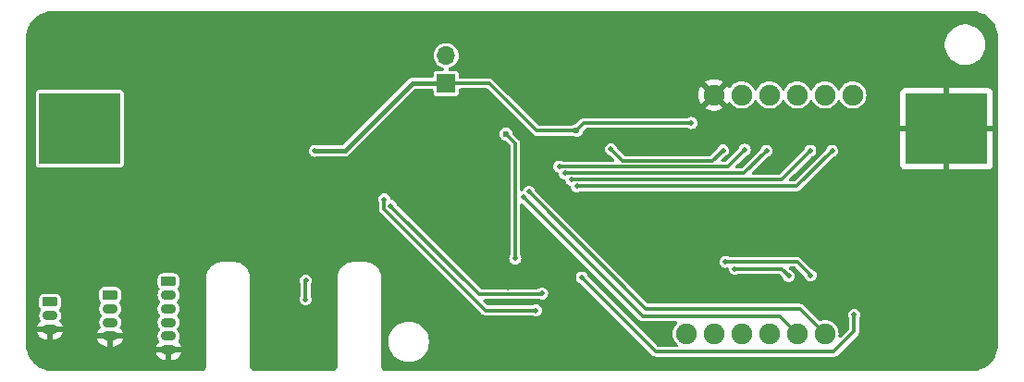
<source format=gbr>
%TF.GenerationSoftware,KiCad,Pcbnew,8.0.0*%
%TF.CreationDate,2024-08-30T23:23:31+02:00*%
%TF.ProjectId,LoRa_Node,4c6f5261-5f4e-46f6-9465-2e6b69636164,rev?*%
%TF.SameCoordinates,Original*%
%TF.FileFunction,Copper,L2,Bot*%
%TF.FilePolarity,Positive*%
%FSLAX46Y46*%
G04 Gerber Fmt 4.6, Leading zero omitted, Abs format (unit mm)*
G04 Created by KiCad (PCBNEW 8.0.0) date 2024-08-30 23:23:31*
%MOMM*%
%LPD*%
G01*
G04 APERTURE LIST*
G04 Aperture macros list*
%AMRoundRect*
0 Rectangle with rounded corners*
0 $1 Rounding radius*
0 $2 $3 $4 $5 $6 $7 $8 $9 X,Y pos of 4 corners*
0 Add a 4 corners polygon primitive as box body*
4,1,4,$2,$3,$4,$5,$6,$7,$8,$9,$2,$3,0*
0 Add four circle primitives for the rounded corners*
1,1,$1+$1,$2,$3*
1,1,$1+$1,$4,$5*
1,1,$1+$1,$6,$7*
1,1,$1+$1,$8,$9*
0 Add four rect primitives between the rounded corners*
20,1,$1+$1,$2,$3,$4,$5,0*
20,1,$1+$1,$4,$5,$6,$7,0*
20,1,$1+$1,$6,$7,$8,$9,0*
20,1,$1+$1,$8,$9,$2,$3,0*%
G04 Aperture macros list end*
%TA.AperFunction,ComponentPad*%
%ADD10RoundRect,0.225000X-0.475000X0.225000X-0.475000X-0.225000X0.475000X-0.225000X0.475000X0.225000X0*%
%TD*%
%TA.AperFunction,ComponentPad*%
%ADD11O,1.400000X0.900000*%
%TD*%
%TA.AperFunction,ComponentPad*%
%ADD12C,1.900000*%
%TD*%
%TA.AperFunction,ComponentPad*%
%ADD13R,1.700000X1.700000*%
%TD*%
%TA.AperFunction,ComponentPad*%
%ADD14O,1.700000X1.700000*%
%TD*%
%TA.AperFunction,SMDPad,CuDef*%
%ADD15R,7.460000X6.470000*%
%TD*%
%TA.AperFunction,ViaPad*%
%ADD16C,0.600000*%
%TD*%
%TA.AperFunction,ViaPad*%
%ADD17C,0.500000*%
%TD*%
%TA.AperFunction,Conductor*%
%ADD18C,0.300000*%
%TD*%
%TA.AperFunction,Conductor*%
%ADD19C,0.400000*%
%TD*%
G04 APERTURE END LIST*
D10*
%TO.P,J1,1,Pin_1*%
%TO.N,+3.3V*%
X113900000Y-92225000D03*
D11*
%TO.P,J1,2,Pin_2*%
%TO.N,/SCL_EX*%
X113900000Y-93475000D03*
%TO.P,J1,3,Pin_3*%
%TO.N,/SDA_EX*%
X113900000Y-94725000D03*
%TO.P,J1,4,Pin_4*%
%TO.N,GND*%
X113900000Y-95975000D03*
%TD*%
D12*
%TO.P,U4,1,NET*%
%TO.N,unconnected-(U4-NET-Pad1)*%
X181870000Y-73905000D03*
%TO.P,U4,2,VCC*%
%TO.N,+4V*%
X179330000Y-73905000D03*
%TO.P,U4,3,RST*%
%TO.N,/SIM_RST*%
X176790000Y-73905000D03*
%TO.P,U4,4,RXD*%
%TO.N,Net-(U4-RXD)*%
X174250000Y-73905000D03*
%TO.P,U4,5,TXD*%
%TO.N,Net-(U4-TXD)*%
X171710000Y-73905000D03*
%TO.P,U4,6,GND*%
%TO.N,GND*%
X169170000Y-73905000D03*
%TO.P,U4,7,SPK-*%
%TO.N,unconnected-(U4-SPK--Pad7)*%
X166630000Y-95775000D03*
%TO.P,U4,8,SPK+*%
%TO.N,unconnected-(U4-SPK+-Pad8)*%
X169170000Y-95775000D03*
%TO.P,U4,9,MIC-*%
%TO.N,unconnected-(U4-MIC--Pad9)*%
X171710000Y-95775000D03*
%TO.P,U4,10,MIC+*%
%TO.N,unconnected-(U4-MIC+-Pad10)*%
X174250000Y-95775000D03*
%TO.P,U4,11,DTR*%
%TO.N,/SIM_SLP*%
X176790000Y-95775000D03*
%TO.P,U4,12,RING*%
%TO.N,/SIM_ISR*%
X179330000Y-95775000D03*
%TD*%
D11*
%TO.P,J6,6,Pin_6*%
%TO.N,GND*%
X119250000Y-97225000D03*
%TO.P,J6,5,Pin_5*%
%TO.N,/MOSI_EX*%
X119250000Y-95975000D03*
%TO.P,J6,4,Pin_4*%
%TO.N,/MISO_EX*%
X119250000Y-94725000D03*
%TO.P,J6,3,Pin_3*%
%TO.N,/SCK_EX*%
X119250000Y-93475000D03*
%TO.P,J6,2,Pin_2*%
%TO.N,/CS_EX*%
X119250000Y-92225000D03*
D10*
%TO.P,J6,1,Pin_1*%
%TO.N,+3.3V*%
X119250000Y-90975000D03*
%TD*%
%TO.P,J7,1,Pin_1*%
%TO.N,+3.3V*%
X108400000Y-92850000D03*
D11*
%TO.P,J7,2,Pin_2*%
%TO.N,/AN_E_HUM*%
X108400000Y-94100000D03*
%TO.P,J7,3,Pin_3*%
%TO.N,GND*%
X108400000Y-95350000D03*
%TD*%
D13*
%TO.P,J2,1,Pin_1*%
%TO.N,+3.3V*%
X144650000Y-72846319D03*
D14*
%TO.P,J2,2,Pin_2*%
%TO.N,Net-(J2-Pin_2)*%
X144650000Y-70306319D03*
%TD*%
D15*
%TO.P,BT1,N*%
%TO.N,GND*%
X190462888Y-77000000D03*
%TO.P,BT1,P*%
%TO.N,+Vbat*%
X111122888Y-77000000D03*
%TD*%
D16*
%TO.N,/NRST*%
X150128680Y-77471319D03*
%TO.N,GND*%
X146828680Y-71521319D03*
X141978680Y-73771319D03*
X141928680Y-69071319D03*
X175678680Y-88021319D03*
X173028680Y-88021319D03*
X164928680Y-78371319D03*
X164928680Y-73671319D03*
X164728680Y-70371319D03*
X159828680Y-75471319D03*
X177678680Y-70671319D03*
X175478680Y-68471319D03*
X174878680Y-71071319D03*
X173428680Y-69771319D03*
X159828680Y-71921319D03*
X159828680Y-68371319D03*
X156278680Y-71521319D03*
X150228680Y-71571319D03*
X149378680Y-75821319D03*
X155178680Y-78171319D03*
X157878680Y-77121319D03*
%TO.N,+3.3V*%
X156603680Y-77146319D03*
D17*
%TO.N,GND*%
X149078680Y-83871319D03*
X151028680Y-95371319D03*
X131578680Y-77771319D03*
X194078680Y-90621319D03*
X123478680Y-68321319D03*
X136878680Y-80871319D03*
X179278680Y-86571319D03*
X124928680Y-68321319D03*
X140978680Y-78071319D03*
X127478680Y-89871319D03*
X146178680Y-75721319D03*
X130728680Y-68321319D03*
X115228680Y-98521319D03*
X110128680Y-84271319D03*
X157078680Y-85671319D03*
X180728680Y-86571319D03*
X185328680Y-74087985D03*
X115957361Y-89400000D03*
X133028680Y-71121319D03*
X192628680Y-79321319D03*
X153278680Y-82471319D03*
X161628680Y-84221319D03*
X155378680Y-93721319D03*
X189407108Y-74771319D03*
X182178680Y-86571319D03*
X189442892Y-76571319D03*
X190450004Y-75671319D03*
X131428680Y-88921319D03*
X161578680Y-97721319D03*
X194078680Y-93421319D03*
X107228680Y-84271319D03*
X182928680Y-82221319D03*
X119228680Y-68321319D03*
X112328680Y-98521319D03*
X169978680Y-90471319D03*
X182728680Y-75121319D03*
X110399999Y-89950000D03*
X187300000Y-76571319D03*
X157978680Y-83271319D03*
X114878680Y-68321319D03*
X123657361Y-82450000D03*
X132575000Y-97075000D03*
X127550000Y-92750000D03*
X185328680Y-71454652D03*
X191585784Y-76571319D03*
X138328680Y-80871319D03*
X182578680Y-67471319D03*
X193692896Y-74771319D03*
X161578680Y-87121319D03*
X131428680Y-82271319D03*
X194078680Y-86271319D03*
X167128680Y-77971319D03*
X145578680Y-82371319D03*
X192592896Y-75671319D03*
X158678680Y-97721319D03*
X156878680Y-92421319D03*
X109428680Y-98521319D03*
X166978680Y-89871319D03*
X151978680Y-95371319D03*
X191550000Y-74771319D03*
X124900000Y-79850000D03*
X184078680Y-66671319D03*
X191585784Y-78421319D03*
X120678680Y-68321319D03*
X144578680Y-86771319D03*
X119678680Y-73571319D03*
X119722500Y-82222560D03*
X160128680Y-97721319D03*
X185328680Y-72321319D03*
X190485788Y-77471319D03*
X115328680Y-85671319D03*
X150301470Y-91548529D03*
X188342896Y-79321319D03*
X187300000Y-78421319D03*
X113778680Y-98521319D03*
X194078680Y-89171319D03*
X143278680Y-75721319D03*
X181178680Y-69471319D03*
X192628680Y-77471319D03*
X122128680Y-68321319D03*
X186878680Y-69471319D03*
X194078680Y-92071319D03*
X150600000Y-90150000D03*
X181478680Y-82221319D03*
X147028680Y-85771319D03*
X194078680Y-94871319D03*
X122278680Y-77271319D03*
X165528680Y-89871319D03*
X194078680Y-84821319D03*
X194078680Y-87721319D03*
X133728680Y-91321319D03*
X146449391Y-89192030D03*
X129400000Y-98250000D03*
X144078680Y-83871319D03*
X136378680Y-74721319D03*
X142428680Y-78071319D03*
X127828680Y-68321319D03*
X109628680Y-68321319D03*
X154878680Y-87571319D03*
X116678680Y-96121319D03*
X108178680Y-68321319D03*
X117778680Y-68321319D03*
X182028680Y-78921319D03*
X116328680Y-68321319D03*
X163078680Y-84221319D03*
X184028680Y-93971319D03*
X119700000Y-75917667D03*
X110878680Y-98521319D03*
X193728680Y-76571319D03*
X119728680Y-79921319D03*
X126378680Y-68321319D03*
X185528680Y-67421319D03*
X180028680Y-82221319D03*
X139528680Y-78071319D03*
X124850000Y-73500000D03*
X182728680Y-71521319D03*
X129278680Y-68321319D03*
X189442892Y-78421319D03*
X182728680Y-72321319D03*
X108678680Y-84271319D03*
X135428680Y-80871319D03*
X146800000Y-80750000D03*
X190485788Y-79321319D03*
X185328680Y-74971319D03*
X133628680Y-74721319D03*
X127228680Y-82221319D03*
X120028680Y-87371319D03*
X164078680Y-89871319D03*
X194078680Y-96321319D03*
X188342896Y-77471319D03*
X188307112Y-75671319D03*
X139228680Y-70849999D03*
X185328680Y-73204652D03*
X144728680Y-75721319D03*
X187264216Y-74771319D03*
X111078680Y-95821319D03*
X155678680Y-89771319D03*
X135078680Y-74721319D03*
X193728680Y-78421319D03*
%TO.N,/NRST*%
X150978680Y-88871319D03*
%TO.N,+3.3V*%
X167078680Y-76471319D03*
X132628680Y-79021319D03*
%TO.N,/SCL*%
X131804415Y-90897054D03*
X131789565Y-92608963D03*
%TO.N,+Vbat*%
X111085788Y-79171319D03*
X112185784Y-78271319D03*
X113228680Y-77321319D03*
X110042892Y-78271319D03*
X110042892Y-76421319D03*
X111085788Y-77321319D03*
X113228680Y-79171319D03*
X108942896Y-77321319D03*
X110007108Y-74621319D03*
X114328680Y-76421319D03*
X113192896Y-75521319D03*
X108907112Y-75521319D03*
X114292896Y-74621319D03*
X108942896Y-79171319D03*
X112185784Y-76421319D03*
X112150000Y-74621319D03*
X114328680Y-78271319D03*
X107900000Y-78271319D03*
X111050004Y-75521319D03*
X107864216Y-74621319D03*
X107900000Y-76421319D03*
%TO.N,/SCK*%
X171078680Y-89821319D03*
X176000000Y-90471319D03*
%TO.N,/NSS*%
X178000000Y-90421319D03*
X170228680Y-89171319D03*
%TO.N,/DIO1*%
X171978680Y-78921319D03*
X155000087Y-80449911D03*
%TO.N,/DIO0*%
X173978680Y-79021319D03*
X155528680Y-81071319D03*
%TO.N,/AN_BAT*%
X138978680Y-83471319D03*
X152878680Y-93621319D03*
%TO.N,/SIM_SLP*%
X151708400Y-83274696D03*
%TO.N,/SIM_ISR*%
X152240498Y-82774136D03*
%TO.N,/AN_E_HUM*%
X153428680Y-92071319D03*
X139575862Y-84068501D03*
%TO.N,/DIO2*%
X159731098Y-78863266D03*
X170000000Y-78999999D03*
%TO.N,/DIO3*%
X179978680Y-79021319D03*
X156628680Y-82271319D03*
%TO.N,/DIO4*%
X177978680Y-79021319D03*
X156128680Y-81671319D03*
%TO.N,/DIO5*%
X182000000Y-94021319D03*
X157078680Y-90621319D03*
%TD*%
D18*
%TO.N,+3.3V*%
X152928680Y-77171319D02*
X148603680Y-72846319D01*
X156578680Y-77171319D02*
X152928680Y-77171319D01*
X148603680Y-72846319D02*
X144650000Y-72846319D01*
X156603680Y-77146319D02*
X156578680Y-77171319D01*
X157278680Y-76471319D02*
X167078680Y-76471319D01*
X156603680Y-77146319D02*
X157278680Y-76471319D01*
%TO.N,/NRST*%
X150978680Y-78321319D02*
X150128680Y-77471319D01*
X150978680Y-88871319D02*
X150978680Y-78321319D01*
D19*
%TO.N,+3.3V*%
X135378680Y-79021319D02*
X141553680Y-72846319D01*
X132628680Y-79021319D02*
X135378680Y-79021319D01*
X141553680Y-72846319D02*
X144650000Y-72846319D01*
D18*
%TO.N,/DIO2*%
X169028680Y-79971319D02*
X170000000Y-78999999D01*
X160839151Y-79971319D02*
X169028680Y-79971319D01*
X159731098Y-78863266D02*
X160839151Y-79971319D01*
%TO.N,/SCL*%
X131789565Y-90911904D02*
X131789565Y-92608963D01*
X131804415Y-90897054D02*
X131789565Y-90911904D01*
%TO.N,/SCK*%
X176000000Y-90471319D02*
X176000000Y-90442639D01*
X176000000Y-90442639D02*
X175378680Y-89821319D01*
X175378680Y-89821319D02*
X171078680Y-89821319D01*
%TO.N,/NSS*%
X178000000Y-90392639D02*
X176778680Y-89171319D01*
X176778680Y-89171319D02*
X170228680Y-89171319D01*
X178000000Y-90421319D02*
X178000000Y-90392639D01*
%TO.N,/DIO1*%
X155000087Y-80449911D02*
X155021495Y-80471319D01*
X170428680Y-80471319D02*
X171978680Y-78921319D01*
X155021495Y-80471319D02*
X170428680Y-80471319D01*
%TO.N,/DIO0*%
X173978680Y-79021319D02*
X171928680Y-81071319D01*
X171928680Y-81071319D02*
X155528680Y-81071319D01*
%TO.N,/AN_BAT*%
X138975862Y-83474137D02*
X138975862Y-84368501D01*
X138975862Y-84368501D02*
X148228680Y-93621319D01*
X148228680Y-93621319D02*
X152878680Y-93621319D01*
X138978680Y-83471319D02*
X138975862Y-83474137D01*
%TO.N,/SIM_SLP*%
X151708400Y-83274696D02*
X151732057Y-83274696D01*
X162628680Y-94171319D02*
X175186319Y-94171319D01*
X151732057Y-83274696D02*
X162628680Y-94171319D01*
X175186319Y-94171319D02*
X176790000Y-95775000D01*
%TO.N,/SIM_ISR*%
X177026319Y-93471319D02*
X179330000Y-95775000D01*
X152240498Y-82774136D02*
X152240498Y-82783137D01*
X152240498Y-82783137D02*
X162928680Y-93471319D01*
X162928680Y-93471319D02*
X177026319Y-93471319D01*
%TO.N,/AN_E_HUM*%
X147655890Y-92148529D02*
X139575862Y-84068501D01*
X153428680Y-92071319D02*
X153351470Y-92148529D01*
X153351470Y-92148529D02*
X147655890Y-92148529D01*
%TO.N,/DIO3*%
X176728680Y-82271319D02*
X179978680Y-79021319D01*
X156628680Y-82271319D02*
X176728680Y-82271319D01*
%TO.N,/DIO4*%
X156128680Y-81671319D02*
X175328680Y-81671319D01*
X175328680Y-81671319D02*
X177978680Y-79021319D01*
%TO.N,/DIO5*%
X182000000Y-95549999D02*
X180128680Y-97421319D01*
X163878680Y-97421319D02*
X157078680Y-90621319D01*
X180128680Y-97421319D02*
X163878680Y-97421319D01*
X182000000Y-94021319D02*
X182000000Y-95549999D01*
%TD*%
%TA.AperFunction,Conductor*%
%TO.N,GND*%
G36*
X192704197Y-66200753D02*
G01*
X192800426Y-66206573D01*
X192992887Y-66218215D01*
X193009548Y-66220238D01*
X193014896Y-66221218D01*
X193289906Y-66271615D01*
X193306187Y-66275628D01*
X193578318Y-66360427D01*
X193593987Y-66366370D01*
X193853904Y-66483349D01*
X193868765Y-66491149D01*
X194065708Y-66610204D01*
X194112677Y-66638598D01*
X194112681Y-66638600D01*
X194126496Y-66648136D01*
X194350857Y-66823912D01*
X194363421Y-66835042D01*
X194564961Y-67036582D01*
X194576091Y-67049146D01*
X194751859Y-67273497D01*
X194761395Y-67287311D01*
X194908850Y-67531232D01*
X194916649Y-67546093D01*
X195033625Y-67806003D01*
X195039575Y-67821691D01*
X195124368Y-68093801D01*
X195128385Y-68110099D01*
X195179761Y-68390450D01*
X195181784Y-68407112D01*
X195199246Y-68695783D01*
X195199500Y-68704176D01*
X195199500Y-96695805D01*
X195199246Y-96704198D01*
X195181783Y-96992886D01*
X195179760Y-97009548D01*
X195128384Y-97289899D01*
X195124367Y-97306197D01*
X195039574Y-97578307D01*
X195033622Y-97594001D01*
X194916647Y-97853909D01*
X194908846Y-97868772D01*
X194761401Y-98112675D01*
X194751867Y-98126489D01*
X194576087Y-98350857D01*
X194564956Y-98363421D01*
X194363417Y-98564960D01*
X194350862Y-98576082D01*
X194182791Y-98707759D01*
X194126501Y-98751859D01*
X194112687Y-98761394D01*
X193868766Y-98908849D01*
X193853904Y-98916649D01*
X193594003Y-99033622D01*
X193578308Y-99039574D01*
X193306196Y-99124367D01*
X193289899Y-99128384D01*
X193009550Y-99179760D01*
X192992887Y-99181783D01*
X192704216Y-99199245D01*
X192695823Y-99199499D01*
X139207805Y-99199499D01*
X139192243Y-99198625D01*
X139181161Y-99197376D01*
X139104415Y-99188729D01*
X139074069Y-99181803D01*
X138998056Y-99155205D01*
X138970012Y-99141699D01*
X138901825Y-99098854D01*
X138877494Y-99079451D01*
X138820546Y-99022502D01*
X138801144Y-98998172D01*
X138801143Y-98998171D01*
X138758299Y-98929985D01*
X138744795Y-98901943D01*
X138718196Y-98825928D01*
X138711270Y-98795581D01*
X138701374Y-98707745D01*
X138700500Y-98692183D01*
X138700500Y-96621292D01*
X139378180Y-96621292D01*
X139401160Y-96795843D01*
X139409842Y-96861789D01*
X139449434Y-97009548D01*
X139472628Y-97096106D01*
X139565453Y-97320207D01*
X139565459Y-97320219D01*
X139686741Y-97530285D01*
X139686743Y-97530288D01*
X139834411Y-97722733D01*
X139834415Y-97722738D01*
X140005942Y-97894265D01*
X140005946Y-97894268D01*
X140198391Y-98041936D01*
X140198394Y-98041938D01*
X140408460Y-98163220D01*
X140408472Y-98163226D01*
X140581802Y-98235021D01*
X140632580Y-98256054D01*
X140866891Y-98318838D01*
X141107392Y-98350500D01*
X141107397Y-98350500D01*
X141349963Y-98350500D01*
X141349968Y-98350500D01*
X141590469Y-98318838D01*
X141824780Y-98256054D01*
X142048892Y-98163224D01*
X142258969Y-98041936D01*
X142451418Y-97894265D01*
X142622945Y-97722738D01*
X142770616Y-97530289D01*
X142891904Y-97320212D01*
X142984734Y-97096100D01*
X143047518Y-96861789D01*
X143079180Y-96621288D01*
X143079180Y-96378712D01*
X143047518Y-96138211D01*
X142984734Y-95903900D01*
X142891904Y-95679788D01*
X142891900Y-95679780D01*
X142770618Y-95469714D01*
X142770616Y-95469711D01*
X142622948Y-95277266D01*
X142622945Y-95277262D01*
X142451418Y-95105735D01*
X142443944Y-95100000D01*
X142258968Y-94958063D01*
X142258965Y-94958061D01*
X142048899Y-94836779D01*
X142048887Y-94836773D01*
X141824786Y-94743948D01*
X141824782Y-94743947D01*
X141824780Y-94743946D01*
X141590469Y-94681162D01*
X141590468Y-94681161D01*
X141590465Y-94681161D01*
X141349972Y-94649500D01*
X141349968Y-94649500D01*
X141107392Y-94649500D01*
X141107387Y-94649500D01*
X140866894Y-94681161D01*
X140632573Y-94743948D01*
X140408472Y-94836773D01*
X140408460Y-94836779D01*
X140198394Y-94958061D01*
X140198391Y-94958063D01*
X140005946Y-95105731D01*
X139834411Y-95277266D01*
X139686743Y-95469711D01*
X139686741Y-95469714D01*
X139565459Y-95679780D01*
X139565456Y-95679788D01*
X139472628Y-95903893D01*
X139409841Y-96138214D01*
X139378180Y-96378707D01*
X139378180Y-96621292D01*
X138700500Y-96621292D01*
X138700500Y-90757575D01*
X138700501Y-90757571D01*
X138700501Y-90592677D01*
X138669956Y-90380237D01*
X138669955Y-90380230D01*
X138609485Y-90174288D01*
X138520322Y-89979049D01*
X138511316Y-89965036D01*
X138404283Y-89798489D01*
X138404277Y-89798481D01*
X138263724Y-89636275D01*
X138263723Y-89636274D01*
X138101517Y-89495721D01*
X138101509Y-89495715D01*
X137920951Y-89379677D01*
X137920947Y-89379675D01*
X137725714Y-89290516D01*
X137725711Y-89290515D01*
X137519769Y-89230045D01*
X137519766Y-89230044D01*
X137519761Y-89230043D01*
X137307321Y-89199499D01*
X137307318Y-89199499D01*
X137265892Y-89199499D01*
X136134108Y-89199499D01*
X136125592Y-89199499D01*
X136125576Y-89199500D01*
X136092679Y-89199500D01*
X135880237Y-89230044D01*
X135674288Y-89290515D01*
X135479052Y-89379676D01*
X135479048Y-89379678D01*
X135298490Y-89495716D01*
X135298482Y-89495722D01*
X135136277Y-89636274D01*
X135136275Y-89636276D01*
X134995723Y-89798481D01*
X134995717Y-89798489D01*
X134879682Y-89979042D01*
X134879680Y-89979046D01*
X134790516Y-90174287D01*
X134730044Y-90380237D01*
X134699500Y-90592677D01*
X134699500Y-98692195D01*
X134698626Y-98707759D01*
X134688730Y-98795585D01*
X134681804Y-98825930D01*
X134655206Y-98901943D01*
X134641701Y-98929987D01*
X134598858Y-98998171D01*
X134579451Y-99022506D01*
X134522506Y-99079451D01*
X134498170Y-99098858D01*
X134429985Y-99141701D01*
X134401942Y-99155206D01*
X134325932Y-99181803D01*
X134295588Y-99188729D01*
X134233156Y-99195763D01*
X134207764Y-99198625D01*
X134192202Y-99199499D01*
X127207805Y-99199499D01*
X127192243Y-99198625D01*
X127181161Y-99197376D01*
X127104415Y-99188729D01*
X127074069Y-99181803D01*
X126998056Y-99155205D01*
X126970012Y-99141699D01*
X126901825Y-99098854D01*
X126877494Y-99079451D01*
X126820546Y-99022502D01*
X126801144Y-98998172D01*
X126801143Y-98998171D01*
X126758299Y-98929985D01*
X126744795Y-98901943D01*
X126718196Y-98825928D01*
X126711270Y-98795581D01*
X126701374Y-98707745D01*
X126700500Y-98692183D01*
X126700500Y-92608963D01*
X131234315Y-92608963D01*
X131253234Y-92752668D01*
X131253237Y-92752680D01*
X131308701Y-92886585D01*
X131396942Y-93001582D01*
X131396945Y-93001585D01*
X131511942Y-93089826D01*
X131645847Y-93145290D01*
X131645851Y-93145291D01*
X131645856Y-93145293D01*
X131789565Y-93164213D01*
X131933274Y-93145293D01*
X131933280Y-93145290D01*
X131933282Y-93145290D01*
X132067187Y-93089826D01*
X132073492Y-93084988D01*
X132182186Y-93001584D01*
X132270426Y-92886588D01*
X132270426Y-92886587D01*
X132270428Y-92886585D01*
X132325892Y-92752680D01*
X132325892Y-92752678D01*
X132325895Y-92752672D01*
X132344815Y-92608963D01*
X132325895Y-92465254D01*
X132325351Y-92463941D01*
X132284379Y-92365025D01*
X132270426Y-92331338D01*
X132270425Y-92331336D01*
X132268786Y-92329200D01*
X132267755Y-92326712D01*
X132265870Y-92323446D01*
X132266300Y-92323197D01*
X132241254Y-92262725D01*
X132240065Y-92244586D01*
X132240065Y-91280783D01*
X132258687Y-91211283D01*
X132268790Y-91196163D01*
X132285276Y-91174679D01*
X132340745Y-91040763D01*
X132359665Y-90897054D01*
X132340745Y-90753345D01*
X132340743Y-90753340D01*
X132340742Y-90753336D01*
X132285278Y-90619431D01*
X132197037Y-90504434D01*
X132197034Y-90504431D01*
X132082037Y-90416190D01*
X131948132Y-90360726D01*
X131948120Y-90360723D01*
X131804415Y-90341804D01*
X131660709Y-90360723D01*
X131660697Y-90360726D01*
X131526792Y-90416190D01*
X131411795Y-90504431D01*
X131411792Y-90504434D01*
X131323551Y-90619431D01*
X131268087Y-90753336D01*
X131268084Y-90753348D01*
X131249165Y-90897054D01*
X131268084Y-91040759D01*
X131268087Y-91040771D01*
X131327040Y-91183097D01*
X131324431Y-91184177D01*
X131339065Y-91238788D01*
X131339065Y-92244586D01*
X131320443Y-92314086D01*
X131310344Y-92329200D01*
X131308704Y-92331336D01*
X131308704Y-92331337D01*
X131253236Y-92465248D01*
X131253234Y-92465257D01*
X131234315Y-92608963D01*
X126700500Y-92608963D01*
X126700500Y-90757575D01*
X126700501Y-90757571D01*
X126700501Y-90592677D01*
X126669956Y-90380237D01*
X126669955Y-90380230D01*
X126609485Y-90174288D01*
X126520322Y-89979049D01*
X126511316Y-89965036D01*
X126404283Y-89798489D01*
X126404277Y-89798481D01*
X126263724Y-89636275D01*
X126263723Y-89636274D01*
X126101517Y-89495721D01*
X126101509Y-89495715D01*
X125920951Y-89379677D01*
X125920947Y-89379675D01*
X125725714Y-89290516D01*
X125725711Y-89290515D01*
X125519769Y-89230045D01*
X125519766Y-89230044D01*
X125519761Y-89230043D01*
X125307321Y-89199499D01*
X125307318Y-89199499D01*
X125265892Y-89199499D01*
X124134108Y-89199499D01*
X124125592Y-89199499D01*
X124125576Y-89199500D01*
X124092679Y-89199500D01*
X123880237Y-89230044D01*
X123674288Y-89290515D01*
X123479052Y-89379676D01*
X123479048Y-89379678D01*
X123298490Y-89495716D01*
X123298482Y-89495722D01*
X123136277Y-89636274D01*
X123136275Y-89636276D01*
X122995723Y-89798481D01*
X122995717Y-89798489D01*
X122879682Y-89979042D01*
X122879680Y-89979046D01*
X122790516Y-90174287D01*
X122730044Y-90380237D01*
X122699500Y-90592677D01*
X122699500Y-98692195D01*
X122698626Y-98707759D01*
X122688730Y-98795585D01*
X122681804Y-98825930D01*
X122655206Y-98901943D01*
X122641701Y-98929987D01*
X122598858Y-98998171D01*
X122579451Y-99022506D01*
X122522506Y-99079451D01*
X122498170Y-99098858D01*
X122429985Y-99141701D01*
X122401942Y-99155206D01*
X122325932Y-99181803D01*
X122295588Y-99188729D01*
X122233156Y-99195763D01*
X122207764Y-99198625D01*
X122192202Y-99199499D01*
X108704194Y-99199499D01*
X108695801Y-99199245D01*
X108407113Y-99181782D01*
X108390451Y-99179759D01*
X108110100Y-99128383D01*
X108093802Y-99124366D01*
X107821694Y-99039574D01*
X107805999Y-99033622D01*
X107781300Y-99022506D01*
X107546093Y-98916647D01*
X107531231Y-98908847D01*
X107492420Y-98885385D01*
X107287311Y-98761393D01*
X107273503Y-98751861D01*
X107049142Y-98576085D01*
X107036578Y-98564955D01*
X106973409Y-98501786D01*
X106835031Y-98363407D01*
X106823925Y-98350871D01*
X106648132Y-98126489D01*
X106638605Y-98112686D01*
X106491150Y-97868766D01*
X106483350Y-97853903D01*
X106366374Y-97593992D01*
X106360429Y-97578317D01*
X106328234Y-97475000D01*
X118081116Y-97475000D01*
X118086507Y-97502103D01*
X118086508Y-97502107D01*
X118158117Y-97674986D01*
X118158124Y-97674999D01*
X118262085Y-97830587D01*
X118394412Y-97962914D01*
X118550000Y-98066875D01*
X118550013Y-98066882D01*
X118722895Y-98138492D01*
X118722899Y-98138493D01*
X118906434Y-98175000D01*
X119000000Y-98175000D01*
X119000000Y-97475000D01*
X118081116Y-97475000D01*
X106328234Y-97475000D01*
X106275630Y-97306187D01*
X106271616Y-97289899D01*
X106220240Y-97009548D01*
X106218217Y-96992885D01*
X106217736Y-96984940D01*
X106217135Y-96975000D01*
X118081115Y-96975000D01*
X119083012Y-96975000D01*
X119065795Y-96984940D01*
X119009940Y-97040795D01*
X118970444Y-97109204D01*
X118950000Y-97185504D01*
X118950000Y-97264496D01*
X118970444Y-97340796D01*
X119009940Y-97409205D01*
X119065795Y-97465060D01*
X119134204Y-97504556D01*
X119210504Y-97525000D01*
X119289496Y-97525000D01*
X119365796Y-97504556D01*
X119416988Y-97475000D01*
X119500000Y-97475000D01*
X119500000Y-98175000D01*
X119593566Y-98175000D01*
X119777100Y-98138493D01*
X119777104Y-98138492D01*
X119949986Y-98066882D01*
X119949999Y-98066875D01*
X120105587Y-97962914D01*
X120237914Y-97830587D01*
X120341875Y-97674999D01*
X120341882Y-97674986D01*
X120413491Y-97502107D01*
X120413492Y-97502103D01*
X120418884Y-97475000D01*
X119500000Y-97475000D01*
X119416988Y-97475000D01*
X119434205Y-97465060D01*
X119490060Y-97409205D01*
X119529556Y-97340796D01*
X119550000Y-97264496D01*
X119550000Y-97185504D01*
X119529556Y-97109204D01*
X119490060Y-97040795D01*
X119434205Y-96984940D01*
X119416988Y-96975000D01*
X120418884Y-96975000D01*
X120413492Y-96947896D01*
X120413491Y-96947892D01*
X120341882Y-96775013D01*
X120341875Y-96775000D01*
X120237914Y-96619412D01*
X120159194Y-96540692D01*
X120123218Y-96478380D01*
X120123218Y-96406428D01*
X120141906Y-96365183D01*
X120165084Y-96330495D01*
X120221658Y-96193913D01*
X120250500Y-96048918D01*
X120250500Y-95901082D01*
X120221658Y-95756087D01*
X120165084Y-95619505D01*
X120082951Y-95496584D01*
X120034652Y-95448285D01*
X119998678Y-95385976D01*
X119998678Y-95314024D01*
X120034652Y-95251714D01*
X120082951Y-95203416D01*
X120165084Y-95080495D01*
X120221658Y-94943913D01*
X120250500Y-94798918D01*
X120250500Y-94651082D01*
X120221658Y-94506087D01*
X120165084Y-94369505D01*
X120082951Y-94246584D01*
X120034652Y-94198285D01*
X119998678Y-94135976D01*
X119998678Y-94064024D01*
X120034652Y-94001714D01*
X120082951Y-93953416D01*
X120165084Y-93830495D01*
X120221658Y-93693913D01*
X120250500Y-93548918D01*
X120250500Y-93401082D01*
X120221658Y-93256087D01*
X120183602Y-93164212D01*
X120165087Y-93119512D01*
X120165086Y-93119511D01*
X120165084Y-93119505D01*
X120082951Y-92996584D01*
X120034652Y-92948285D01*
X119998678Y-92885976D01*
X119998678Y-92814024D01*
X120034652Y-92751714D01*
X120082951Y-92703416D01*
X120165084Y-92580495D01*
X120221658Y-92443913D01*
X120250500Y-92298918D01*
X120250500Y-92151082D01*
X120221658Y-92006087D01*
X120165084Y-91869505D01*
X120084490Y-91748888D01*
X120061364Y-91680755D01*
X120075401Y-91610186D01*
X120094850Y-91583046D01*
X120094333Y-91582654D01*
X120130477Y-91534991D01*
X120187364Y-91459975D01*
X120240359Y-91325590D01*
X120250500Y-91241144D01*
X120250500Y-90708856D01*
X120249309Y-90698941D01*
X120240360Y-90624414D01*
X120240359Y-90624412D01*
X120240359Y-90624410D01*
X120187364Y-90490025D01*
X120100078Y-90374922D01*
X120081356Y-90360724D01*
X119984974Y-90287635D01*
X119889451Y-90249966D01*
X119850590Y-90234641D01*
X119850588Y-90234640D01*
X119850584Y-90234639D01*
X119850586Y-90234639D01*
X119766151Y-90224500D01*
X119766144Y-90224500D01*
X118733856Y-90224500D01*
X118733848Y-90224500D01*
X118649414Y-90234639D01*
X118515025Y-90287635D01*
X118399922Y-90374921D01*
X118399921Y-90374922D01*
X118312635Y-90490025D01*
X118259639Y-90624414D01*
X118249500Y-90708848D01*
X118249500Y-91241151D01*
X118259639Y-91325585D01*
X118312635Y-91459974D01*
X118405667Y-91582654D01*
X118404213Y-91583756D01*
X118434197Y-91635689D01*
X118434197Y-91707641D01*
X118415508Y-91748888D01*
X118334918Y-91869501D01*
X118334912Y-91869512D01*
X118278341Y-92006087D01*
X118278341Y-92006089D01*
X118257744Y-92109639D01*
X118249500Y-92151082D01*
X118249500Y-92298918D01*
X118255949Y-92331337D01*
X118278341Y-92443910D01*
X118278341Y-92443912D01*
X118334912Y-92580487D01*
X118334914Y-92580490D01*
X118334916Y-92580495D01*
X118417049Y-92703416D01*
X118465347Y-92751714D01*
X118501322Y-92814024D01*
X118501322Y-92885976D01*
X118465347Y-92948285D01*
X118433526Y-92980107D01*
X118417047Y-92996586D01*
X118380342Y-93051520D01*
X118340713Y-93110830D01*
X118334915Y-93119507D01*
X118334912Y-93119512D01*
X118278341Y-93256087D01*
X118278341Y-93256089D01*
X118249500Y-93401082D01*
X118249500Y-93548917D01*
X118278341Y-93693910D01*
X118278341Y-93693912D01*
X118334912Y-93830487D01*
X118334914Y-93830490D01*
X118334916Y-93830495D01*
X118417049Y-93953416D01*
X118465347Y-94001714D01*
X118501322Y-94064024D01*
X118501322Y-94135976D01*
X118465347Y-94198285D01*
X118417049Y-94246584D01*
X118417047Y-94246586D01*
X118368722Y-94318910D01*
X118355626Y-94338511D01*
X118334915Y-94369507D01*
X118334912Y-94369512D01*
X118278341Y-94506087D01*
X118278341Y-94506089D01*
X118249500Y-94651082D01*
X118249500Y-94798917D01*
X118278341Y-94943910D01*
X118278341Y-94943912D01*
X118334912Y-95080487D01*
X118334914Y-95080490D01*
X118334916Y-95080495D01*
X118417049Y-95203416D01*
X118465347Y-95251714D01*
X118501322Y-95314024D01*
X118501322Y-95385976D01*
X118465347Y-95448285D01*
X118438133Y-95475500D01*
X118417047Y-95496586D01*
X118376665Y-95557023D01*
X118341730Y-95609308D01*
X118334915Y-95619507D01*
X118334912Y-95619512D01*
X118278341Y-95756087D01*
X118278341Y-95756089D01*
X118249500Y-95901082D01*
X118249500Y-96048917D01*
X118278341Y-96193910D01*
X118278341Y-96193912D01*
X118334912Y-96330487D01*
X118334918Y-96330498D01*
X118358092Y-96365181D01*
X118381219Y-96433315D01*
X118367182Y-96503884D01*
X118340805Y-96540691D01*
X118262089Y-96619407D01*
X118262085Y-96619412D01*
X118158124Y-96775000D01*
X118158117Y-96775013D01*
X118086508Y-96947892D01*
X118086507Y-96947896D01*
X118081115Y-96975000D01*
X106217135Y-96975000D01*
X106214111Y-96925000D01*
X106200754Y-96704171D01*
X106200500Y-96695779D01*
X106200500Y-95600000D01*
X107231116Y-95600000D01*
X107236507Y-95627103D01*
X107236508Y-95627107D01*
X107308117Y-95799986D01*
X107308124Y-95799999D01*
X107412085Y-95955587D01*
X107544412Y-96087914D01*
X107700000Y-96191875D01*
X107700013Y-96191882D01*
X107872895Y-96263492D01*
X107872899Y-96263493D01*
X108056434Y-96300000D01*
X108150000Y-96300000D01*
X108150000Y-95600000D01*
X107231116Y-95600000D01*
X106200500Y-95600000D01*
X106200500Y-95100000D01*
X107231115Y-95100000D01*
X108233012Y-95100000D01*
X108215795Y-95109940D01*
X108159940Y-95165795D01*
X108120444Y-95234204D01*
X108100000Y-95310504D01*
X108100000Y-95389496D01*
X108120444Y-95465796D01*
X108159940Y-95534205D01*
X108215795Y-95590060D01*
X108284204Y-95629556D01*
X108360504Y-95650000D01*
X108439496Y-95650000D01*
X108515796Y-95629556D01*
X108566988Y-95600000D01*
X108650000Y-95600000D01*
X108650000Y-96300000D01*
X108743566Y-96300000D01*
X108927100Y-96263493D01*
X108927104Y-96263492D01*
X109020032Y-96225000D01*
X112731116Y-96225000D01*
X112736507Y-96252103D01*
X112736508Y-96252107D01*
X112808117Y-96424986D01*
X112808124Y-96424999D01*
X112912085Y-96580587D01*
X113044412Y-96712914D01*
X113200000Y-96816875D01*
X113200013Y-96816882D01*
X113372895Y-96888492D01*
X113372899Y-96888493D01*
X113556434Y-96925000D01*
X113650000Y-96925000D01*
X113650000Y-96225000D01*
X112731116Y-96225000D01*
X109020032Y-96225000D01*
X109099986Y-96191882D01*
X109099999Y-96191875D01*
X109255587Y-96087914D01*
X109387914Y-95955587D01*
X109491875Y-95799999D01*
X109491882Y-95799986D01*
X109522942Y-95725000D01*
X112731115Y-95725000D01*
X113733012Y-95725000D01*
X113715795Y-95734940D01*
X113659940Y-95790795D01*
X113620444Y-95859204D01*
X113600000Y-95935504D01*
X113600000Y-96014496D01*
X113620444Y-96090796D01*
X113659940Y-96159205D01*
X113715795Y-96215060D01*
X113784204Y-96254556D01*
X113860504Y-96275000D01*
X113939496Y-96275000D01*
X114015796Y-96254556D01*
X114066988Y-96225000D01*
X114150000Y-96225000D01*
X114150000Y-96925000D01*
X114243566Y-96925000D01*
X114427100Y-96888493D01*
X114427104Y-96888492D01*
X114599986Y-96816882D01*
X114599999Y-96816875D01*
X114755587Y-96712914D01*
X114887914Y-96580587D01*
X114991875Y-96424999D01*
X114991882Y-96424986D01*
X115063491Y-96252107D01*
X115063492Y-96252103D01*
X115068884Y-96225000D01*
X114150000Y-96225000D01*
X114066988Y-96225000D01*
X114084205Y-96215060D01*
X114140060Y-96159205D01*
X114179556Y-96090796D01*
X114200000Y-96014496D01*
X114200000Y-95935504D01*
X114179556Y-95859204D01*
X114140060Y-95790795D01*
X114084205Y-95734940D01*
X114066988Y-95725000D01*
X115068884Y-95725000D01*
X115063492Y-95697896D01*
X115063491Y-95697892D01*
X114991882Y-95525013D01*
X114991875Y-95525000D01*
X114887914Y-95369412D01*
X114809194Y-95290692D01*
X114773218Y-95228380D01*
X114773218Y-95156428D01*
X114791906Y-95115183D01*
X114815084Y-95080495D01*
X114871658Y-94943913D01*
X114900500Y-94798918D01*
X114900500Y-94651082D01*
X114871658Y-94506087D01*
X114815084Y-94369505D01*
X114732951Y-94246584D01*
X114684652Y-94198285D01*
X114648678Y-94135976D01*
X114648678Y-94064024D01*
X114684652Y-94001714D01*
X114732951Y-93953416D01*
X114815084Y-93830495D01*
X114871658Y-93693913D01*
X114900500Y-93548918D01*
X114900500Y-93401082D01*
X114871658Y-93256087D01*
X114833602Y-93164212D01*
X114815087Y-93119512D01*
X114815086Y-93119511D01*
X114815084Y-93119505D01*
X114734490Y-92998888D01*
X114711364Y-92930755D01*
X114725401Y-92860186D01*
X114744850Y-92833046D01*
X114744333Y-92832654D01*
X114788808Y-92774005D01*
X114837364Y-92709975D01*
X114890359Y-92575590D01*
X114893171Y-92552180D01*
X114900499Y-92491151D01*
X114900500Y-92491147D01*
X114900500Y-91958853D01*
X114900499Y-91958848D01*
X114890360Y-91874414D01*
X114890359Y-91874412D01*
X114890359Y-91874410D01*
X114837364Y-91740025D01*
X114750078Y-91624922D01*
X114684350Y-91575078D01*
X114634974Y-91537635D01*
X114551215Y-91504605D01*
X114500590Y-91484641D01*
X114500588Y-91484640D01*
X114500584Y-91484639D01*
X114500586Y-91484639D01*
X114416151Y-91474500D01*
X114416144Y-91474500D01*
X113383856Y-91474500D01*
X113383848Y-91474500D01*
X113299414Y-91484639D01*
X113165025Y-91537635D01*
X113049922Y-91624921D01*
X113049921Y-91624922D01*
X112962635Y-91740025D01*
X112909639Y-91874414D01*
X112899500Y-91958848D01*
X112899500Y-92491151D01*
X112909639Y-92575585D01*
X112962635Y-92709974D01*
X113055667Y-92832654D01*
X113054213Y-92833756D01*
X113084197Y-92885689D01*
X113084197Y-92957641D01*
X113065508Y-92998888D01*
X112984918Y-93119501D01*
X112984912Y-93119512D01*
X112928341Y-93256087D01*
X112928341Y-93256089D01*
X112899500Y-93401082D01*
X112899500Y-93548917D01*
X112928341Y-93693910D01*
X112928341Y-93693912D01*
X112984912Y-93830487D01*
X112984914Y-93830490D01*
X112984916Y-93830495D01*
X113067049Y-93953416D01*
X113115347Y-94001714D01*
X113151322Y-94064024D01*
X113151322Y-94135976D01*
X113115347Y-94198285D01*
X113067049Y-94246584D01*
X113067047Y-94246586D01*
X113018722Y-94318910D01*
X113005626Y-94338511D01*
X112984915Y-94369507D01*
X112984912Y-94369512D01*
X112928341Y-94506087D01*
X112928341Y-94506089D01*
X112899500Y-94651082D01*
X112899500Y-94798917D01*
X112928341Y-94943910D01*
X112928341Y-94943912D01*
X112984912Y-95080487D01*
X112984918Y-95080498D01*
X113008092Y-95115181D01*
X113031219Y-95183315D01*
X113017182Y-95253884D01*
X112990805Y-95290691D01*
X112912089Y-95369407D01*
X112912085Y-95369412D01*
X112808124Y-95525000D01*
X112808117Y-95525013D01*
X112736508Y-95697892D01*
X112736507Y-95697896D01*
X112731115Y-95725000D01*
X109522942Y-95725000D01*
X109563491Y-95627107D01*
X109563492Y-95627103D01*
X109568884Y-95600000D01*
X108650000Y-95600000D01*
X108566988Y-95600000D01*
X108584205Y-95590060D01*
X108640060Y-95534205D01*
X108679556Y-95465796D01*
X108700000Y-95389496D01*
X108700000Y-95310504D01*
X108679556Y-95234204D01*
X108640060Y-95165795D01*
X108584205Y-95109940D01*
X108566988Y-95100000D01*
X109568884Y-95100000D01*
X109563492Y-95072896D01*
X109563491Y-95072892D01*
X109491882Y-94900013D01*
X109491875Y-94900000D01*
X109387914Y-94744412D01*
X109309194Y-94665692D01*
X109273218Y-94603380D01*
X109273218Y-94531428D01*
X109291906Y-94490183D01*
X109315084Y-94455495D01*
X109371658Y-94318913D01*
X109400500Y-94173918D01*
X109400500Y-94026082D01*
X109371658Y-93881087D01*
X109315084Y-93744505D01*
X109234490Y-93623888D01*
X109211364Y-93555755D01*
X109225401Y-93485186D01*
X109244850Y-93458046D01*
X109244333Y-93457654D01*
X109287233Y-93401082D01*
X109337364Y-93334975D01*
X109390359Y-93200590D01*
X109394728Y-93164213D01*
X109398823Y-93130107D01*
X109400500Y-93116144D01*
X109400500Y-92583856D01*
X109396696Y-92552180D01*
X109390360Y-92499414D01*
X109390359Y-92499412D01*
X109390359Y-92499410D01*
X109337364Y-92365025D01*
X109250078Y-92249922D01*
X109243042Y-92244586D01*
X109134974Y-92162635D01*
X109051215Y-92129605D01*
X109000590Y-92109641D01*
X109000588Y-92109640D01*
X109000584Y-92109639D01*
X109000586Y-92109639D01*
X108916151Y-92099500D01*
X108916144Y-92099500D01*
X107883856Y-92099500D01*
X107883848Y-92099500D01*
X107799414Y-92109639D01*
X107665025Y-92162635D01*
X107549922Y-92249921D01*
X107549921Y-92249922D01*
X107462635Y-92365025D01*
X107409639Y-92499414D01*
X107399500Y-92583848D01*
X107399500Y-93116151D01*
X107409639Y-93200585D01*
X107462635Y-93334974D01*
X107555667Y-93457654D01*
X107554213Y-93458756D01*
X107584197Y-93510689D01*
X107584197Y-93582641D01*
X107565508Y-93623888D01*
X107484918Y-93744501D01*
X107484912Y-93744512D01*
X107428341Y-93881087D01*
X107428341Y-93881089D01*
X107408306Y-93981811D01*
X107399500Y-94026082D01*
X107399500Y-94173918D01*
X107404348Y-94198288D01*
X107428341Y-94318910D01*
X107428341Y-94318912D01*
X107484912Y-94455487D01*
X107484918Y-94455498D01*
X107508092Y-94490181D01*
X107531219Y-94558315D01*
X107517182Y-94628884D01*
X107490805Y-94665691D01*
X107412089Y-94744407D01*
X107412085Y-94744412D01*
X107308124Y-94900000D01*
X107308117Y-94900013D01*
X107236508Y-95072892D01*
X107236507Y-95072896D01*
X107231115Y-95100000D01*
X106200500Y-95100000D01*
X106200500Y-83471319D01*
X138423430Y-83471319D01*
X138442349Y-83615024D01*
X138442352Y-83615036D01*
X138497817Y-83748941D01*
X138502375Y-83756836D01*
X138500896Y-83757689D01*
X138524172Y-83813873D01*
X138525362Y-83832023D01*
X138525362Y-84427810D01*
X138540018Y-84482505D01*
X138556063Y-84542388D01*
X138615373Y-84645115D01*
X147952066Y-93981809D01*
X147982585Y-93999429D01*
X148054790Y-94041117D01*
X148054788Y-94041117D01*
X148062461Y-94043172D01*
X148079006Y-94047605D01*
X148140281Y-94064024D01*
X148169370Y-94071819D01*
X148169371Y-94071819D01*
X152514304Y-94071819D01*
X152583804Y-94090441D01*
X152598922Y-94100543D01*
X152601058Y-94102182D01*
X152734962Y-94157646D01*
X152734966Y-94157647D01*
X152734971Y-94157649D01*
X152878680Y-94176569D01*
X153022389Y-94157649D01*
X153022395Y-94157646D01*
X153022397Y-94157646D01*
X153156302Y-94102182D01*
X153159146Y-94100000D01*
X153271301Y-94013940D01*
X153359541Y-93898944D01*
X153359541Y-93898943D01*
X153359543Y-93898941D01*
X153415007Y-93765036D01*
X153415007Y-93765034D01*
X153415010Y-93765028D01*
X153433930Y-93621319D01*
X153415010Y-93477610D01*
X153415008Y-93477605D01*
X153415007Y-93477601D01*
X153359543Y-93343696D01*
X153271302Y-93228699D01*
X153271299Y-93228696D01*
X153156302Y-93140455D01*
X153022397Y-93084991D01*
X153022385Y-93084988D01*
X152878680Y-93066069D01*
X152734974Y-93084988D01*
X152734962Y-93084991D01*
X152601058Y-93140455D01*
X152598922Y-93142095D01*
X152596434Y-93143125D01*
X152593167Y-93145012D01*
X152592918Y-93144581D01*
X152532448Y-93169630D01*
X152514304Y-93170819D01*
X148472860Y-93170819D01*
X148403360Y-93152197D01*
X148374572Y-93130107D01*
X148080782Y-92836317D01*
X148044806Y-92774005D01*
X148044806Y-92702053D01*
X148080782Y-92639741D01*
X148143094Y-92603765D01*
X148179070Y-92599029D01*
X153236512Y-92599029D01*
X153275760Y-92606836D01*
X153276174Y-92605292D01*
X153284970Y-92607649D01*
X153301688Y-92609850D01*
X153428680Y-92626569D01*
X153572389Y-92607649D01*
X153572395Y-92607646D01*
X153572397Y-92607646D01*
X153706302Y-92552182D01*
X153706305Y-92552180D01*
X153821301Y-92463940D01*
X153909541Y-92348944D01*
X153909541Y-92348943D01*
X153909543Y-92348941D01*
X153965007Y-92215036D01*
X153965007Y-92215034D01*
X153965010Y-92215028D01*
X153983930Y-92071319D01*
X153965010Y-91927610D01*
X153965008Y-91927605D01*
X153965007Y-91927601D01*
X153909543Y-91793696D01*
X153821302Y-91678699D01*
X153821299Y-91678696D01*
X153706302Y-91590455D01*
X153572397Y-91534991D01*
X153572385Y-91534988D01*
X153428680Y-91516069D01*
X153284974Y-91534988D01*
X153284962Y-91534991D01*
X153151057Y-91590455D01*
X153048300Y-91669305D01*
X152981825Y-91696840D01*
X152963682Y-91698029D01*
X147900069Y-91698029D01*
X147830569Y-91679407D01*
X147801781Y-91657317D01*
X140152065Y-84007601D01*
X140116089Y-83945289D01*
X140112542Y-83927457D01*
X140112192Y-83924792D01*
X140056723Y-83790876D01*
X139968483Y-83675880D01*
X139968481Y-83675878D01*
X139853484Y-83587637D01*
X139719579Y-83532173D01*
X139719567Y-83532170D01*
X139644553Y-83522294D01*
X139578078Y-83494759D01*
X139534277Y-83437675D01*
X139524886Y-83402626D01*
X139515010Y-83327613D01*
X139515010Y-83327610D01*
X139515008Y-83327605D01*
X139515007Y-83327601D01*
X139459543Y-83193696D01*
X139371302Y-83078699D01*
X139371299Y-83078696D01*
X139256302Y-82990455D01*
X139122397Y-82934991D01*
X139122385Y-82934988D01*
X138978680Y-82916069D01*
X138834974Y-82934988D01*
X138834962Y-82934991D01*
X138701057Y-82990455D01*
X138586060Y-83078696D01*
X138586057Y-83078699D01*
X138497816Y-83193696D01*
X138442352Y-83327601D01*
X138442349Y-83327613D01*
X138423430Y-83471319D01*
X106200500Y-83471319D01*
X106200500Y-80279856D01*
X107092388Y-80279856D01*
X107092389Y-80279864D01*
X107095303Y-80304990D01*
X107095303Y-80304991D01*
X107140681Y-80407764D01*
X107140682Y-80407765D01*
X107220123Y-80487206D01*
X107322897Y-80532585D01*
X107348023Y-80535500D01*
X114897752Y-80535499D01*
X114922879Y-80532585D01*
X115025653Y-80487206D01*
X115105094Y-80407765D01*
X115150473Y-80304991D01*
X115153388Y-80279865D01*
X115153388Y-79021319D01*
X132073430Y-79021319D01*
X132092349Y-79165024D01*
X132092352Y-79165036D01*
X132147816Y-79298941D01*
X132236057Y-79413938D01*
X132236060Y-79413941D01*
X132351057Y-79502182D01*
X132484962Y-79557646D01*
X132484966Y-79557647D01*
X132484971Y-79557649D01*
X132628680Y-79576569D01*
X132772389Y-79557649D01*
X132833349Y-79532398D01*
X132886541Y-79521819D01*
X135444572Y-79521819D01*
X135571866Y-79487711D01*
X135685994Y-79421819D01*
X137636494Y-77471319D01*
X149522998Y-77471319D01*
X149543635Y-77628077D01*
X149543637Y-77628086D01*
X149604143Y-77774159D01*
X149604144Y-77774161D01*
X149700393Y-77899596D01*
X149700402Y-77899605D01*
X149825837Y-77995854D01*
X149825839Y-77995855D01*
X149971912Y-78056361D01*
X149971914Y-78056361D01*
X149971918Y-78056363D01*
X150045713Y-78066078D01*
X150112188Y-78093612D01*
X150125859Y-78105601D01*
X150487468Y-78467210D01*
X150523444Y-78529522D01*
X150528180Y-78565498D01*
X150528180Y-88506942D01*
X150509558Y-88576442D01*
X150499459Y-88591556D01*
X150497819Y-88593692D01*
X150497819Y-88593693D01*
X150442351Y-88727604D01*
X150442349Y-88727613D01*
X150423430Y-88871319D01*
X150442349Y-89015024D01*
X150442352Y-89015036D01*
X150497816Y-89148941D01*
X150586057Y-89263938D01*
X150586060Y-89263941D01*
X150701057Y-89352182D01*
X150834962Y-89407646D01*
X150834966Y-89407647D01*
X150834971Y-89407649D01*
X150978680Y-89426569D01*
X151122389Y-89407649D01*
X151122395Y-89407646D01*
X151122397Y-89407646D01*
X151256302Y-89352182D01*
X151256305Y-89352180D01*
X151371301Y-89263940D01*
X151459541Y-89148944D01*
X151459541Y-89148943D01*
X151459543Y-89148941D01*
X151515007Y-89015036D01*
X151515007Y-89015034D01*
X151515010Y-89015028D01*
X151533930Y-88871319D01*
X151515010Y-88727610D01*
X151512197Y-88720819D01*
X151489877Y-88666934D01*
X151459541Y-88593694D01*
X151459540Y-88593692D01*
X151457901Y-88591556D01*
X151456870Y-88589068D01*
X151454985Y-88585802D01*
X151455415Y-88585553D01*
X151430369Y-88525081D01*
X151429180Y-88506942D01*
X151429180Y-83951684D01*
X151447802Y-83882184D01*
X151498680Y-83831306D01*
X151568180Y-83812684D01*
X151586318Y-83813873D01*
X151594606Y-83814964D01*
X151661080Y-83842502D01*
X151674744Y-83854486D01*
X162352066Y-94531808D01*
X162454793Y-94591118D01*
X162470866Y-94595424D01*
X162470867Y-94595425D01*
X162470868Y-94595425D01*
X162569371Y-94621819D01*
X165679131Y-94621819D01*
X165748631Y-94640441D01*
X165799509Y-94691319D01*
X165818131Y-94760819D01*
X165799509Y-94830319D01*
X165777422Y-94859102D01*
X165668402Y-94968123D01*
X165668399Y-94968126D01*
X165668399Y-94968127D01*
X165542899Y-95147359D01*
X165450426Y-95345667D01*
X165393792Y-95557026D01*
X165374723Y-95774998D01*
X165374723Y-95775001D01*
X165393792Y-95992973D01*
X165393792Y-95992976D01*
X165393793Y-95992977D01*
X165450425Y-96204330D01*
X165455429Y-96215060D01*
X165542899Y-96402641D01*
X165668399Y-96581873D01*
X165668402Y-96581877D01*
X165820056Y-96733531D01*
X165856032Y-96795843D01*
X165856032Y-96867795D01*
X165820056Y-96930107D01*
X165757744Y-96966083D01*
X165721768Y-96970819D01*
X164122859Y-96970819D01*
X164053359Y-96952197D01*
X164024571Y-96930107D01*
X157654883Y-90560419D01*
X157618907Y-90498107D01*
X157615360Y-90480275D01*
X157615010Y-90477610D01*
X157559541Y-90343694D01*
X157471301Y-90228698D01*
X157471299Y-90228696D01*
X157356302Y-90140455D01*
X157222397Y-90084991D01*
X157222385Y-90084988D01*
X157078680Y-90066069D01*
X156934974Y-90084988D01*
X156934962Y-90084991D01*
X156801057Y-90140455D01*
X156686060Y-90228696D01*
X156686057Y-90228699D01*
X156597816Y-90343696D01*
X156542352Y-90477601D01*
X156542349Y-90477613D01*
X156523430Y-90621319D01*
X156542349Y-90765024D01*
X156542352Y-90765036D01*
X156597816Y-90898941D01*
X156686057Y-91013938D01*
X156686059Y-91013940D01*
X156801055Y-91102180D01*
X156934971Y-91157649D01*
X156937629Y-91157998D01*
X156940106Y-91159024D01*
X156943772Y-91160007D01*
X156943642Y-91160489D01*
X157004104Y-91185529D01*
X157017780Y-91197522D01*
X163602066Y-97781808D01*
X163704793Y-97841118D01*
X163729006Y-97847605D01*
X163802218Y-97867222D01*
X163819370Y-97871819D01*
X163819371Y-97871819D01*
X180187989Y-97871819D01*
X180278346Y-97847607D01*
X180278353Y-97847605D01*
X180278357Y-97847604D01*
X180302567Y-97841118D01*
X180405294Y-97781808D01*
X182360489Y-95826613D01*
X182419799Y-95723886D01*
X182431615Y-95679788D01*
X182450500Y-95609308D01*
X182450500Y-94385695D01*
X182469122Y-94316195D01*
X182479224Y-94301077D01*
X182480861Y-94298944D01*
X182522554Y-94198288D01*
X182536327Y-94165036D01*
X182536327Y-94165034D01*
X182536330Y-94165028D01*
X182555250Y-94021319D01*
X182536330Y-93877610D01*
X182536328Y-93877605D01*
X182536327Y-93877601D01*
X182480863Y-93743696D01*
X182392622Y-93628699D01*
X182392619Y-93628696D01*
X182277622Y-93540455D01*
X182143717Y-93484991D01*
X182143705Y-93484988D01*
X182000000Y-93466069D01*
X181856294Y-93484988D01*
X181856282Y-93484991D01*
X181722377Y-93540455D01*
X181607380Y-93628696D01*
X181607377Y-93628699D01*
X181519136Y-93743696D01*
X181463672Y-93877601D01*
X181463669Y-93877613D01*
X181444750Y-94021319D01*
X181463669Y-94165024D01*
X181463672Y-94165036D01*
X181519136Y-94298940D01*
X181520776Y-94301077D01*
X181521806Y-94303564D01*
X181523693Y-94306832D01*
X181523262Y-94307080D01*
X181548311Y-94367551D01*
X181549500Y-94385695D01*
X181549500Y-95305820D01*
X181530878Y-95375320D01*
X181508788Y-95404108D01*
X180802215Y-96110680D01*
X180739903Y-96146656D01*
X180667951Y-96146656D01*
X180605639Y-96110680D01*
X180569663Y-96048368D01*
X180567529Y-95999184D01*
X180565678Y-95999023D01*
X180585277Y-95775001D01*
X180585277Y-95774998D01*
X180566207Y-95557026D01*
X180566207Y-95557023D01*
X180509575Y-95345670D01*
X180417102Y-95147362D01*
X180291598Y-94968123D01*
X180136877Y-94813402D01*
X180116192Y-94798918D01*
X179957641Y-94687899D01*
X179943194Y-94681162D01*
X179759330Y-94595425D01*
X179547977Y-94538793D01*
X179547976Y-94538792D01*
X179547973Y-94538792D01*
X179330002Y-94519723D01*
X179329998Y-94519723D01*
X179112026Y-94538792D01*
X179039166Y-94558315D01*
X178900670Y-94595425D01*
X178900668Y-94595425D01*
X178894808Y-94596996D01*
X178894512Y-94595892D01*
X178829246Y-94601599D01*
X178764037Y-94571187D01*
X178755103Y-94563000D01*
X177302935Y-93110832D01*
X177302933Y-93110830D01*
X177258179Y-93084991D01*
X177200205Y-93051519D01*
X177175992Y-93045032D01*
X177085628Y-93020819D01*
X163172859Y-93020819D01*
X163103359Y-93002197D01*
X163074571Y-92980107D01*
X159265783Y-89171319D01*
X169673430Y-89171319D01*
X169692349Y-89315024D01*
X169692352Y-89315036D01*
X169747816Y-89448941D01*
X169836057Y-89563938D01*
X169836060Y-89563941D01*
X169951057Y-89652182D01*
X170084962Y-89707646D01*
X170084966Y-89707647D01*
X170084971Y-89707649D01*
X170228680Y-89726569D01*
X170368337Y-89708182D01*
X170439671Y-89717573D01*
X170496755Y-89761375D01*
X170524290Y-89827849D01*
X170524290Y-89827850D01*
X170542349Y-89965024D01*
X170542352Y-89965036D01*
X170597816Y-90098941D01*
X170686057Y-90213938D01*
X170686060Y-90213941D01*
X170801057Y-90302182D01*
X170934962Y-90357646D01*
X170934966Y-90357647D01*
X170934971Y-90357649D01*
X171078680Y-90376569D01*
X171222389Y-90357649D01*
X171222395Y-90357646D01*
X171222397Y-90357646D01*
X171356301Y-90302182D01*
X171356301Y-90302181D01*
X171356305Y-90302180D01*
X171358438Y-90300542D01*
X171360925Y-90299512D01*
X171364193Y-90297626D01*
X171364441Y-90298056D01*
X171424912Y-90273008D01*
X171443056Y-90271819D01*
X175134501Y-90271819D01*
X175204001Y-90290441D01*
X175232789Y-90312531D01*
X175419447Y-90499189D01*
X175455423Y-90561501D01*
X175458969Y-90579329D01*
X175462944Y-90609520D01*
X175463669Y-90615024D01*
X175463670Y-90615027D01*
X175463671Y-90615035D01*
X175519136Y-90748941D01*
X175607377Y-90863938D01*
X175607380Y-90863941D01*
X175722377Y-90952182D01*
X175856282Y-91007646D01*
X175856286Y-91007647D01*
X175856291Y-91007649D01*
X176000000Y-91026569D01*
X176143709Y-91007649D01*
X176143715Y-91007646D01*
X176143717Y-91007646D01*
X176277622Y-90952182D01*
X176342783Y-90902182D01*
X176392621Y-90863940D01*
X176480861Y-90748944D01*
X176480861Y-90748943D01*
X176480863Y-90748941D01*
X176536327Y-90615036D01*
X176536327Y-90615034D01*
X176536330Y-90615028D01*
X176555250Y-90471319D01*
X176536330Y-90327610D01*
X176536328Y-90327605D01*
X176536327Y-90327601D01*
X176480863Y-90193696D01*
X176392622Y-90078699D01*
X176392619Y-90078696D01*
X176327457Y-90028696D01*
X176277625Y-89990458D01*
X176144915Y-89935488D01*
X176099823Y-89905359D01*
X176053571Y-89859107D01*
X176017595Y-89796795D01*
X176017595Y-89724843D01*
X176053571Y-89662531D01*
X176115883Y-89626555D01*
X176151859Y-89621819D01*
X176534501Y-89621819D01*
X176604001Y-89640441D01*
X176632789Y-89662531D01*
X177419447Y-90449189D01*
X177455423Y-90511501D01*
X177458969Y-90529329D01*
X177459394Y-90532553D01*
X177463669Y-90565024D01*
X177463670Y-90565027D01*
X177463671Y-90565035D01*
X177519136Y-90698941D01*
X177607377Y-90813938D01*
X177607380Y-90813941D01*
X177722377Y-90902182D01*
X177856282Y-90957646D01*
X177856286Y-90957647D01*
X177856291Y-90957649D01*
X178000000Y-90976569D01*
X178143709Y-90957649D01*
X178143715Y-90957646D01*
X178143717Y-90957646D01*
X178277622Y-90902182D01*
X178284305Y-90897054D01*
X178392621Y-90813940D01*
X178480861Y-90698944D01*
X178480861Y-90698943D01*
X178480863Y-90698941D01*
X178536327Y-90565036D01*
X178536327Y-90565034D01*
X178536330Y-90565028D01*
X178555250Y-90421319D01*
X178536330Y-90277610D01*
X178536328Y-90277605D01*
X178536327Y-90277601D01*
X178480863Y-90143696D01*
X178392622Y-90028699D01*
X178392619Y-90028696D01*
X178342786Y-89990458D01*
X178277625Y-89940458D01*
X178144915Y-89885488D01*
X178099823Y-89855359D01*
X177055296Y-88810832D01*
X177055294Y-88810830D01*
X176952567Y-88751520D01*
X176921116Y-88743093D01*
X176837989Y-88720819D01*
X170593056Y-88720819D01*
X170523556Y-88702197D01*
X170508438Y-88692095D01*
X170506301Y-88690455D01*
X170372397Y-88634991D01*
X170372385Y-88634988D01*
X170228680Y-88616069D01*
X170084974Y-88634988D01*
X170084962Y-88634991D01*
X169951057Y-88690455D01*
X169836060Y-88778696D01*
X169836057Y-88778699D01*
X169747816Y-88893696D01*
X169692352Y-89027601D01*
X169692349Y-89027613D01*
X169673430Y-89171319D01*
X159265783Y-89171319D01*
X152818066Y-82723602D01*
X152782090Y-82661290D01*
X152778543Y-82643454D01*
X152776829Y-82630432D01*
X152776827Y-82630425D01*
X152721359Y-82496511D01*
X152633119Y-82381515D01*
X152633117Y-82381513D01*
X152518120Y-82293272D01*
X152384215Y-82237808D01*
X152384203Y-82237805D01*
X152240498Y-82218886D01*
X152096792Y-82237805D01*
X152096780Y-82237808D01*
X151962875Y-82293272D01*
X151847878Y-82381513D01*
X151847875Y-82381516D01*
X151759634Y-82496513D01*
X151704169Y-82630421D01*
X151703327Y-82633565D01*
X151701699Y-82636383D01*
X151700681Y-82638843D01*
X151700357Y-82638708D01*
X151667351Y-82695877D01*
X151605039Y-82731854D01*
X151587168Y-82735406D01*
X151586285Y-82735522D01*
X151514951Y-82726110D01*
X151457880Y-82682293D01*
X151430364Y-82615811D01*
X151429180Y-82597706D01*
X151429180Y-80449911D01*
X154444837Y-80449911D01*
X154463756Y-80593616D01*
X154463759Y-80593628D01*
X154519223Y-80727533D01*
X154524953Y-80735000D01*
X154607466Y-80842532D01*
X154722462Y-80930772D01*
X154856378Y-80986241D01*
X154858341Y-80986499D01*
X154860174Y-80987258D01*
X154865180Y-80988600D01*
X154865003Y-80989258D01*
X154924817Y-81014029D01*
X154968622Y-81071108D01*
X154978018Y-81106168D01*
X154992349Y-81215024D01*
X154992352Y-81215036D01*
X155047816Y-81348941D01*
X155136057Y-81463938D01*
X155136060Y-81463941D01*
X155251057Y-81552182D01*
X155384962Y-81607646D01*
X155384966Y-81607647D01*
X155384971Y-81607649D01*
X155462477Y-81617853D01*
X155528952Y-81645388D01*
X155572753Y-81702471D01*
X155582145Y-81737520D01*
X155592349Y-81815024D01*
X155592352Y-81815036D01*
X155647816Y-81948941D01*
X155736057Y-82063938D01*
X155736059Y-82063940D01*
X155851055Y-82152180D01*
X155984971Y-82207649D01*
X155984972Y-82207649D01*
X155993388Y-82211135D01*
X155992234Y-82213920D01*
X156040562Y-82241815D01*
X156076546Y-82304122D01*
X156080098Y-82321971D01*
X156092349Y-82415024D01*
X156092352Y-82415036D01*
X156147816Y-82548941D01*
X156236057Y-82663938D01*
X156236060Y-82663941D01*
X156351057Y-82752182D01*
X156484962Y-82807646D01*
X156484966Y-82807647D01*
X156484971Y-82807649D01*
X156628680Y-82826569D01*
X156772389Y-82807649D01*
X156772395Y-82807646D01*
X156772397Y-82807646D01*
X156906301Y-82752182D01*
X156906301Y-82752181D01*
X156906305Y-82752180D01*
X156908438Y-82750542D01*
X156910925Y-82749512D01*
X156914193Y-82747626D01*
X156914441Y-82748056D01*
X156974912Y-82723008D01*
X156993056Y-82721819D01*
X176787989Y-82721819D01*
X176878346Y-82697607D01*
X176878353Y-82697605D01*
X176884803Y-82695877D01*
X176902567Y-82691118D01*
X177005294Y-82631808D01*
X180039580Y-79597520D01*
X180101890Y-79561546D01*
X180119726Y-79557999D01*
X180122389Y-79557649D01*
X180256305Y-79502180D01*
X180371301Y-79413940D01*
X180459541Y-79298944D01*
X180459541Y-79298943D01*
X180459543Y-79298941D01*
X180515007Y-79165036D01*
X180515007Y-79165034D01*
X180515010Y-79165028D01*
X180533930Y-79021319D01*
X180515010Y-78877610D01*
X180515007Y-78877602D01*
X180515007Y-78877601D01*
X180459543Y-78743696D01*
X180371302Y-78628699D01*
X180371299Y-78628696D01*
X180256302Y-78540455D01*
X180122397Y-78484991D01*
X180122385Y-78484988D01*
X179978680Y-78466069D01*
X179834974Y-78484988D01*
X179834962Y-78484991D01*
X179701057Y-78540455D01*
X179586060Y-78628696D01*
X179586057Y-78628699D01*
X179497816Y-78743696D01*
X179442350Y-78877605D01*
X179442349Y-78877609D01*
X179441997Y-78880287D01*
X179440965Y-78882776D01*
X179439994Y-78886403D01*
X179439516Y-78886274D01*
X179414456Y-78946759D01*
X179402476Y-78960418D01*
X176582789Y-81780107D01*
X176520477Y-81816083D01*
X176484501Y-81820819D01*
X176151859Y-81820819D01*
X176082359Y-81802197D01*
X176031481Y-81751319D01*
X176012859Y-81681819D01*
X176031481Y-81612319D01*
X176053571Y-81583531D01*
X176530934Y-81106168D01*
X178039580Y-79597520D01*
X178101890Y-79561546D01*
X178119726Y-79557999D01*
X178122389Y-79557649D01*
X178256305Y-79502180D01*
X178371301Y-79413940D01*
X178459541Y-79298944D01*
X178459541Y-79298943D01*
X178459543Y-79298941D01*
X178515007Y-79165036D01*
X178515007Y-79165034D01*
X178515010Y-79165028D01*
X178533930Y-79021319D01*
X178515010Y-78877610D01*
X178515007Y-78877602D01*
X178515007Y-78877601D01*
X178459543Y-78743696D01*
X178371302Y-78628699D01*
X178371299Y-78628696D01*
X178256302Y-78540455D01*
X178122397Y-78484991D01*
X178122385Y-78484988D01*
X177978680Y-78466069D01*
X177834974Y-78484988D01*
X177834962Y-78484991D01*
X177701057Y-78540455D01*
X177586060Y-78628696D01*
X177586057Y-78628699D01*
X177497816Y-78743696D01*
X177442350Y-78877605D01*
X177442349Y-78877609D01*
X177441997Y-78880287D01*
X177440965Y-78882776D01*
X177439994Y-78886403D01*
X177439516Y-78886274D01*
X177414456Y-78946759D01*
X177402476Y-78960418D01*
X175182789Y-81180107D01*
X175120477Y-81216083D01*
X175084501Y-81220819D01*
X172751859Y-81220819D01*
X172682359Y-81202197D01*
X172631481Y-81151319D01*
X172612859Y-81081819D01*
X172631481Y-81012319D01*
X172653571Y-80983531D01*
X173332113Y-80304989D01*
X174039581Y-79597520D01*
X174101891Y-79561546D01*
X174119723Y-79557999D01*
X174122389Y-79557649D01*
X174256305Y-79502180D01*
X174371301Y-79413940D01*
X174459541Y-79298944D01*
X174459541Y-79298943D01*
X174459543Y-79298941D01*
X174515007Y-79165036D01*
X174515007Y-79165034D01*
X174515010Y-79165028D01*
X174533930Y-79021319D01*
X174515010Y-78877610D01*
X174515007Y-78877602D01*
X174515007Y-78877601D01*
X174459543Y-78743696D01*
X174371302Y-78628699D01*
X174371299Y-78628696D01*
X174256302Y-78540455D01*
X174122397Y-78484991D01*
X174122385Y-78484988D01*
X173978680Y-78466069D01*
X173834974Y-78484988D01*
X173834962Y-78484991D01*
X173701057Y-78540455D01*
X173586060Y-78628696D01*
X173586057Y-78628699D01*
X173497816Y-78743696D01*
X173442351Y-78877602D01*
X173442349Y-78877613D01*
X173441997Y-78880286D01*
X173440967Y-78882771D01*
X173439994Y-78886404D01*
X173439515Y-78886275D01*
X173414456Y-78946758D01*
X173402476Y-78960417D01*
X171782789Y-80580107D01*
X171720477Y-80616083D01*
X171684501Y-80620819D01*
X171251859Y-80620819D01*
X171182359Y-80602197D01*
X171131481Y-80551319D01*
X171112859Y-80481819D01*
X171131481Y-80412319D01*
X171153571Y-80383531D01*
X171364816Y-80172286D01*
X172039580Y-79497520D01*
X172101890Y-79461546D01*
X172119726Y-79457999D01*
X172122389Y-79457649D01*
X172256305Y-79402180D01*
X172371301Y-79313940D01*
X172459541Y-79198944D01*
X172459541Y-79198943D01*
X172459543Y-79198941D01*
X172515007Y-79065036D01*
X172515007Y-79065034D01*
X172515010Y-79065028D01*
X172533930Y-78921319D01*
X172515010Y-78777610D01*
X172515008Y-78777605D01*
X172515007Y-78777601D01*
X172459543Y-78643696D01*
X172371302Y-78528699D01*
X172371299Y-78528696D01*
X172256302Y-78440455D01*
X172122397Y-78384991D01*
X172122385Y-78384988D01*
X171978680Y-78366069D01*
X171834974Y-78384988D01*
X171834962Y-78384991D01*
X171701057Y-78440455D01*
X171586060Y-78528696D01*
X171586057Y-78528699D01*
X171497816Y-78643696D01*
X171442350Y-78777605D01*
X171442349Y-78777609D01*
X171441997Y-78780287D01*
X171440965Y-78782776D01*
X171439994Y-78786403D01*
X171439516Y-78786274D01*
X171414456Y-78846759D01*
X171402476Y-78860418D01*
X170282789Y-79980107D01*
X170220477Y-80016083D01*
X170184501Y-80020819D01*
X169951859Y-80020819D01*
X169882359Y-80002197D01*
X169831481Y-79951319D01*
X169812859Y-79881819D01*
X169831481Y-79812319D01*
X169853571Y-79783532D01*
X170060898Y-79576203D01*
X170123210Y-79540226D01*
X170141046Y-79536679D01*
X170143709Y-79536329D01*
X170277625Y-79480860D01*
X170392621Y-79392620D01*
X170480861Y-79277624D01*
X170480861Y-79277623D01*
X170480863Y-79277621D01*
X170536327Y-79143716D01*
X170536327Y-79143714D01*
X170536330Y-79143708D01*
X170555250Y-78999999D01*
X170536330Y-78856290D01*
X170536328Y-78856285D01*
X170536327Y-78856281D01*
X170480863Y-78722376D01*
X170392622Y-78607379D01*
X170392619Y-78607376D01*
X170277622Y-78519135D01*
X170143717Y-78463671D01*
X170143705Y-78463668D01*
X170000000Y-78444749D01*
X169856294Y-78463668D01*
X169856282Y-78463671D01*
X169722377Y-78519135D01*
X169607380Y-78607376D01*
X169607377Y-78607379D01*
X169519136Y-78722376D01*
X169463670Y-78856285D01*
X169463669Y-78856289D01*
X169463317Y-78858967D01*
X169462285Y-78861456D01*
X169461314Y-78865083D01*
X169460836Y-78864954D01*
X169435776Y-78925439D01*
X169423796Y-78939098D01*
X168882789Y-79480107D01*
X168820477Y-79516083D01*
X168784501Y-79520819D01*
X161083331Y-79520819D01*
X161013831Y-79502197D01*
X160985043Y-79480107D01*
X160307301Y-78802366D01*
X160271325Y-78740054D01*
X160267778Y-78722222D01*
X160267428Y-78719557D01*
X160211959Y-78585641D01*
X160134725Y-78484988D01*
X160123720Y-78470646D01*
X160123717Y-78470643D01*
X160008720Y-78382402D01*
X159874815Y-78326938D01*
X159874803Y-78326935D01*
X159731098Y-78308016D01*
X159587392Y-78326935D01*
X159587380Y-78326938D01*
X159453475Y-78382402D01*
X159338478Y-78470643D01*
X159338475Y-78470646D01*
X159250234Y-78585643D01*
X159194770Y-78719548D01*
X159194767Y-78719560D01*
X159175848Y-78863266D01*
X159194767Y-79006971D01*
X159194770Y-79006983D01*
X159250234Y-79140888D01*
X159338475Y-79255885D01*
X159338477Y-79255887D01*
X159453473Y-79344127D01*
X159587389Y-79399596D01*
X159590047Y-79399945D01*
X159592524Y-79400971D01*
X159596190Y-79401954D01*
X159596060Y-79402436D01*
X159656522Y-79427476D01*
X159670198Y-79439469D01*
X160014259Y-79783531D01*
X160050235Y-79845843D01*
X160050235Y-79917795D01*
X160014259Y-79980107D01*
X159951947Y-80016083D01*
X159915971Y-80020819D01*
X155392362Y-80020819D01*
X155322862Y-80002197D01*
X155307754Y-79992102D01*
X155277712Y-79969050D01*
X155277710Y-79969049D01*
X155277706Y-79969046D01*
X155143804Y-79913583D01*
X155143792Y-79913580D01*
X155000087Y-79894661D01*
X154856381Y-79913580D01*
X154856369Y-79913583D01*
X154722464Y-79969047D01*
X154607467Y-80057288D01*
X154607464Y-80057291D01*
X154519223Y-80172288D01*
X154463759Y-80306193D01*
X154463756Y-80306205D01*
X154444837Y-80449911D01*
X151429180Y-80449911D01*
X151429180Y-78262009D01*
X151420953Y-78231308D01*
X151398479Y-78147433D01*
X151357815Y-78077001D01*
X151339170Y-78044706D01*
X150762962Y-77468498D01*
X150726986Y-77406186D01*
X150723439Y-77388352D01*
X150713724Y-77314557D01*
X150708971Y-77303083D01*
X150653216Y-77168478D01*
X150653215Y-77168476D01*
X150556966Y-77043041D01*
X150556957Y-77043032D01*
X150431522Y-76946783D01*
X150431520Y-76946782D01*
X150285447Y-76886276D01*
X150285438Y-76886274D01*
X150128680Y-76865637D01*
X149971921Y-76886274D01*
X149971912Y-76886276D01*
X149825839Y-76946782D01*
X149825837Y-76946783D01*
X149700402Y-77043032D01*
X149700393Y-77043041D01*
X149604144Y-77168476D01*
X149604143Y-77168478D01*
X149543637Y-77314551D01*
X149543635Y-77314560D01*
X149522998Y-77471319D01*
X137636494Y-77471319D01*
X141720282Y-73387531D01*
X141782594Y-73351555D01*
X141818570Y-73346819D01*
X143360501Y-73346819D01*
X143430001Y-73365441D01*
X143480879Y-73416319D01*
X143499501Y-73485819D01*
X143499501Y-73741183D01*
X143502415Y-73766309D01*
X143502415Y-73766310D01*
X143547793Y-73869083D01*
X143547794Y-73869084D01*
X143627235Y-73948525D01*
X143730009Y-73993904D01*
X143755135Y-73996819D01*
X145544864Y-73996818D01*
X145569991Y-73993904D01*
X145672765Y-73948525D01*
X145752206Y-73869084D01*
X145797585Y-73766310D01*
X145800500Y-73741184D01*
X145800500Y-73435819D01*
X145819122Y-73366319D01*
X145870000Y-73315441D01*
X145939500Y-73296819D01*
X148359501Y-73296819D01*
X148429001Y-73315441D01*
X148457788Y-73337530D01*
X152652066Y-77531809D01*
X152754793Y-77591118D01*
X152776068Y-77596818D01*
X152776069Y-77596819D01*
X152776070Y-77596819D01*
X152869371Y-77621819D01*
X156189750Y-77621819D01*
X156259250Y-77640441D01*
X156274368Y-77650543D01*
X156300840Y-77670856D01*
X156446912Y-77731361D01*
X156446914Y-77731361D01*
X156446918Y-77731363D01*
X156603680Y-77752001D01*
X156760442Y-77731363D01*
X156906521Y-77670855D01*
X157003007Y-77596819D01*
X157031957Y-77574605D01*
X157031957Y-77574604D01*
X157031962Y-77574601D01*
X157128216Y-77449160D01*
X157188724Y-77303081D01*
X157195712Y-77250000D01*
X186232888Y-77250000D01*
X186232888Y-80282837D01*
X186239289Y-80342371D01*
X186239290Y-80342378D01*
X186289534Y-80477088D01*
X186289536Y-80477092D01*
X186375697Y-80592186D01*
X186375701Y-80592190D01*
X186490795Y-80678351D01*
X186490799Y-80678353D01*
X186625509Y-80728597D01*
X186625516Y-80728598D01*
X186685050Y-80734999D01*
X186685051Y-80735000D01*
X190212888Y-80735000D01*
X190212888Y-77250000D01*
X190712888Y-77250000D01*
X190712888Y-80735000D01*
X194240725Y-80735000D01*
X194240725Y-80734999D01*
X194300259Y-80728598D01*
X194300266Y-80728597D01*
X194434976Y-80678353D01*
X194434980Y-80678351D01*
X194550074Y-80592190D01*
X194550078Y-80592186D01*
X194636239Y-80477092D01*
X194636241Y-80477088D01*
X194686485Y-80342378D01*
X194686486Y-80342371D01*
X194692887Y-80282837D01*
X194692888Y-80282837D01*
X194692888Y-77250000D01*
X190712888Y-77250000D01*
X190212888Y-77250000D01*
X186232888Y-77250000D01*
X157195712Y-77250000D01*
X157198439Y-77229282D01*
X157225973Y-77162809D01*
X157237963Y-77149138D01*
X157424572Y-76962531D01*
X157486884Y-76926555D01*
X157522859Y-76921819D01*
X166714304Y-76921819D01*
X166783804Y-76940441D01*
X166798922Y-76950543D01*
X166801058Y-76952182D01*
X166934962Y-77007646D01*
X166934966Y-77007647D01*
X166934971Y-77007649D01*
X167078680Y-77026569D01*
X167222389Y-77007649D01*
X167222395Y-77007646D01*
X167222397Y-77007646D01*
X167356302Y-76952182D01*
X167363338Y-76946783D01*
X167471301Y-76863940D01*
X167558731Y-76750000D01*
X186232888Y-76750000D01*
X190212888Y-76750000D01*
X190212888Y-73265000D01*
X190712888Y-73265000D01*
X190712888Y-76750000D01*
X194692888Y-76750000D01*
X194692888Y-73717163D01*
X194692887Y-73717162D01*
X194686486Y-73657628D01*
X194686485Y-73657621D01*
X194636241Y-73522911D01*
X194636239Y-73522907D01*
X194550078Y-73407813D01*
X194550074Y-73407809D01*
X194434980Y-73321648D01*
X194434976Y-73321646D01*
X194300266Y-73271402D01*
X194300259Y-73271401D01*
X194240725Y-73265000D01*
X190712888Y-73265000D01*
X190212888Y-73265000D01*
X186685051Y-73265000D01*
X186625516Y-73271401D01*
X186625509Y-73271402D01*
X186490799Y-73321646D01*
X186490795Y-73321648D01*
X186375701Y-73407809D01*
X186375697Y-73407813D01*
X186289536Y-73522907D01*
X186289534Y-73522911D01*
X186239290Y-73657621D01*
X186239289Y-73657628D01*
X186232888Y-73717162D01*
X186232888Y-76750000D01*
X167558731Y-76750000D01*
X167559541Y-76748944D01*
X167559541Y-76748943D01*
X167559543Y-76748941D01*
X167615007Y-76615036D01*
X167615007Y-76615034D01*
X167615010Y-76615028D01*
X167633930Y-76471319D01*
X167615010Y-76327610D01*
X167615008Y-76327605D01*
X167615007Y-76327601D01*
X167559543Y-76193696D01*
X167471302Y-76078699D01*
X167471299Y-76078696D01*
X167356302Y-75990455D01*
X167222397Y-75934991D01*
X167222385Y-75934988D01*
X167078680Y-75916069D01*
X166934974Y-75934988D01*
X166934962Y-75934991D01*
X166801058Y-75990455D01*
X166798922Y-75992095D01*
X166796434Y-75993125D01*
X166793167Y-75995012D01*
X166792918Y-75994581D01*
X166732448Y-76019630D01*
X166714304Y-76020819D01*
X157219371Y-76020819D01*
X157129008Y-76045030D01*
X157129009Y-76045031D01*
X157104791Y-76051520D01*
X157104788Y-76051521D01*
X157002067Y-76110829D01*
X157002063Y-76110832D01*
X156600859Y-76512035D01*
X156538547Y-76548011D01*
X156520716Y-76551558D01*
X156446920Y-76561274D01*
X156446912Y-76561276D01*
X156300840Y-76621781D01*
X156235148Y-76672188D01*
X156209205Y-76692095D01*
X156142732Y-76719630D01*
X156124589Y-76720819D01*
X153172860Y-76720819D01*
X153103360Y-76702197D01*
X153074572Y-76680107D01*
X150299466Y-73905002D01*
X167715031Y-73905002D01*
X167734875Y-74144479D01*
X167793866Y-74377433D01*
X167890388Y-74597480D01*
X167890397Y-74597496D01*
X167982688Y-74738757D01*
X168727861Y-73993583D01*
X168750667Y-74078694D01*
X168809910Y-74181306D01*
X168893694Y-74265090D01*
X168996306Y-74324333D01*
X169081414Y-74347137D01*
X168335572Y-75092979D01*
X168374210Y-75123053D01*
X168585546Y-75237421D01*
X168812830Y-75315448D01*
X169049848Y-75354999D01*
X169049855Y-75355000D01*
X169290145Y-75355000D01*
X169290151Y-75354999D01*
X169527169Y-75315448D01*
X169754451Y-75237422D01*
X169965798Y-75123047D01*
X169965799Y-75123046D01*
X170004426Y-75092980D01*
X170004427Y-75092980D01*
X169258585Y-74347138D01*
X169343694Y-74324333D01*
X169446306Y-74265090D01*
X169530090Y-74181306D01*
X169589333Y-74078694D01*
X169612138Y-73993585D01*
X170357310Y-74738757D01*
X170442791Y-74607920D01*
X170496394Y-74559923D01*
X170566814Y-74545157D01*
X170635183Y-74567580D01*
X170673019Y-74604219D01*
X170748399Y-74711874D01*
X170748402Y-74711877D01*
X170903123Y-74866598D01*
X171082361Y-74992102D01*
X171280670Y-75084575D01*
X171492023Y-75141207D01*
X171622809Y-75152649D01*
X171709998Y-75160277D01*
X171710000Y-75160277D01*
X171710002Y-75160277D01*
X171782659Y-75153920D01*
X171927977Y-75141207D01*
X172139330Y-75084575D01*
X172337639Y-74992102D01*
X172516877Y-74866598D01*
X172671598Y-74711877D01*
X172797102Y-74532639D01*
X172854023Y-74410570D01*
X172900273Y-74355453D01*
X172967885Y-74330844D01*
X173038744Y-74343338D01*
X173093862Y-74389588D01*
X173105975Y-74410568D01*
X173162898Y-74532639D01*
X173288402Y-74711877D01*
X173443123Y-74866598D01*
X173622361Y-74992102D01*
X173820670Y-75084575D01*
X174032023Y-75141207D01*
X174162809Y-75152649D01*
X174249998Y-75160277D01*
X174250000Y-75160277D01*
X174250002Y-75160277D01*
X174322659Y-75153920D01*
X174467977Y-75141207D01*
X174679330Y-75084575D01*
X174877639Y-74992102D01*
X175056877Y-74866598D01*
X175211598Y-74711877D01*
X175337102Y-74532639D01*
X175394023Y-74410570D01*
X175440273Y-74355453D01*
X175507885Y-74330844D01*
X175578744Y-74343338D01*
X175633862Y-74389588D01*
X175645975Y-74410568D01*
X175702898Y-74532639D01*
X175828402Y-74711877D01*
X175983123Y-74866598D01*
X176162361Y-74992102D01*
X176360670Y-75084575D01*
X176572023Y-75141207D01*
X176702809Y-75152649D01*
X176789998Y-75160277D01*
X176790000Y-75160277D01*
X176790002Y-75160277D01*
X176862659Y-75153920D01*
X177007977Y-75141207D01*
X177219330Y-75084575D01*
X177417639Y-74992102D01*
X177596877Y-74866598D01*
X177751598Y-74711877D01*
X177877102Y-74532639D01*
X177934023Y-74410570D01*
X177980273Y-74355453D01*
X178047885Y-74330844D01*
X178118744Y-74343338D01*
X178173862Y-74389588D01*
X178185975Y-74410568D01*
X178242898Y-74532639D01*
X178368402Y-74711877D01*
X178523123Y-74866598D01*
X178702361Y-74992102D01*
X178900670Y-75084575D01*
X179112023Y-75141207D01*
X179242809Y-75152649D01*
X179329998Y-75160277D01*
X179330000Y-75160277D01*
X179330002Y-75160277D01*
X179402659Y-75153920D01*
X179547977Y-75141207D01*
X179759330Y-75084575D01*
X179957639Y-74992102D01*
X180136877Y-74866598D01*
X180291598Y-74711877D01*
X180417102Y-74532639D01*
X180474023Y-74410570D01*
X180520273Y-74355453D01*
X180587885Y-74330844D01*
X180658744Y-74343338D01*
X180713862Y-74389588D01*
X180725975Y-74410568D01*
X180782898Y-74532639D01*
X180908402Y-74711877D01*
X181063123Y-74866598D01*
X181242361Y-74992102D01*
X181440670Y-75084575D01*
X181652023Y-75141207D01*
X181782809Y-75152649D01*
X181869998Y-75160277D01*
X181870000Y-75160277D01*
X181870002Y-75160277D01*
X181942659Y-75153920D01*
X182087977Y-75141207D01*
X182299330Y-75084575D01*
X182497639Y-74992102D01*
X182676877Y-74866598D01*
X182831598Y-74711877D01*
X182957102Y-74532639D01*
X183049575Y-74334330D01*
X183106207Y-74122977D01*
X183125277Y-73905000D01*
X183106207Y-73687023D01*
X183049575Y-73475670D01*
X182957102Y-73277362D01*
X182831598Y-73098123D01*
X182676877Y-72943402D01*
X182676873Y-72943399D01*
X182497641Y-72817899D01*
X182299332Y-72725426D01*
X182299330Y-72725425D01*
X182087977Y-72668793D01*
X182087976Y-72668792D01*
X182087973Y-72668792D01*
X181870002Y-72649723D01*
X181869998Y-72649723D01*
X181652026Y-72668792D01*
X181584264Y-72686949D01*
X181440670Y-72725425D01*
X181440669Y-72725425D01*
X181440667Y-72725426D01*
X181242359Y-72817899D01*
X181063127Y-72943399D01*
X181063123Y-72943402D01*
X180908402Y-73098123D01*
X180908399Y-73098126D01*
X180908399Y-73098127D01*
X180782898Y-73277360D01*
X180782896Y-73277363D01*
X180725976Y-73399429D01*
X180679726Y-73454547D01*
X180612114Y-73479155D01*
X180541255Y-73466660D01*
X180486137Y-73420410D01*
X180474024Y-73399429D01*
X180417103Y-73277363D01*
X180417101Y-73277360D01*
X180371699Y-73212520D01*
X180291598Y-73098123D01*
X180136877Y-72943402D01*
X180136873Y-72943399D01*
X179957641Y-72817899D01*
X179759332Y-72725426D01*
X179759330Y-72725425D01*
X179547977Y-72668793D01*
X179547976Y-72668792D01*
X179547973Y-72668792D01*
X179330002Y-72649723D01*
X179329998Y-72649723D01*
X179112026Y-72668792D01*
X179044264Y-72686949D01*
X178900670Y-72725425D01*
X178900669Y-72725425D01*
X178900667Y-72725426D01*
X178702359Y-72817899D01*
X178523127Y-72943399D01*
X178523123Y-72943402D01*
X178368402Y-73098123D01*
X178368399Y-73098126D01*
X178368399Y-73098127D01*
X178242898Y-73277360D01*
X178242896Y-73277363D01*
X178185976Y-73399429D01*
X178139726Y-73454547D01*
X178072114Y-73479155D01*
X178001255Y-73466660D01*
X177946137Y-73420410D01*
X177934024Y-73399429D01*
X177877103Y-73277363D01*
X177877101Y-73277360D01*
X177831699Y-73212520D01*
X177751598Y-73098123D01*
X177596877Y-72943402D01*
X177596873Y-72943399D01*
X177417641Y-72817899D01*
X177219332Y-72725426D01*
X177219330Y-72725425D01*
X177007977Y-72668793D01*
X177007976Y-72668792D01*
X177007973Y-72668792D01*
X176790002Y-72649723D01*
X176789998Y-72649723D01*
X176572026Y-72668792D01*
X176504264Y-72686949D01*
X176360670Y-72725425D01*
X176360669Y-72725425D01*
X176360667Y-72725426D01*
X176162359Y-72817899D01*
X175983127Y-72943399D01*
X175983123Y-72943402D01*
X175828402Y-73098123D01*
X175828399Y-73098126D01*
X175828399Y-73098127D01*
X175702898Y-73277360D01*
X175702896Y-73277363D01*
X175645976Y-73399429D01*
X175599726Y-73454547D01*
X175532114Y-73479155D01*
X175461255Y-73466660D01*
X175406137Y-73420410D01*
X175394024Y-73399429D01*
X175337103Y-73277363D01*
X175337101Y-73277360D01*
X175291699Y-73212520D01*
X175211598Y-73098123D01*
X175056877Y-72943402D01*
X175056873Y-72943399D01*
X174877641Y-72817899D01*
X174679332Y-72725426D01*
X174679330Y-72725425D01*
X174467977Y-72668793D01*
X174467976Y-72668792D01*
X174467973Y-72668792D01*
X174250002Y-72649723D01*
X174249998Y-72649723D01*
X174032026Y-72668792D01*
X173964264Y-72686949D01*
X173820670Y-72725425D01*
X173820669Y-72725425D01*
X173820667Y-72725426D01*
X173622359Y-72817899D01*
X173443127Y-72943399D01*
X173443123Y-72943402D01*
X173288402Y-73098123D01*
X173288399Y-73098126D01*
X173288399Y-73098127D01*
X173162898Y-73277360D01*
X173162896Y-73277363D01*
X173105976Y-73399429D01*
X173059726Y-73454547D01*
X172992114Y-73479155D01*
X172921255Y-73466660D01*
X172866137Y-73420410D01*
X172854024Y-73399429D01*
X172797103Y-73277363D01*
X172797101Y-73277360D01*
X172751699Y-73212520D01*
X172671598Y-73098123D01*
X172516877Y-72943402D01*
X172516873Y-72943399D01*
X172337641Y-72817899D01*
X172139332Y-72725426D01*
X172139330Y-72725425D01*
X171927977Y-72668793D01*
X171927976Y-72668792D01*
X171927973Y-72668792D01*
X171710002Y-72649723D01*
X171709998Y-72649723D01*
X171492026Y-72668792D01*
X171424264Y-72686949D01*
X171280670Y-72725425D01*
X171280669Y-72725425D01*
X171280667Y-72725426D01*
X171082359Y-72817899D01*
X170903127Y-72943399D01*
X170903123Y-72943402D01*
X170775284Y-73071241D01*
X170748402Y-73098123D01*
X170673019Y-73205781D01*
X170617900Y-73252030D01*
X170547042Y-73264524D01*
X170479429Y-73239915D01*
X170442791Y-73202079D01*
X170357310Y-73071241D01*
X169612137Y-73816414D01*
X169589333Y-73731306D01*
X169530090Y-73628694D01*
X169446306Y-73544910D01*
X169343694Y-73485667D01*
X169258583Y-73462861D01*
X170004426Y-72717019D01*
X170004426Y-72717018D01*
X169965794Y-72686949D01*
X169965791Y-72686947D01*
X169754453Y-72572578D01*
X169527169Y-72494551D01*
X169290151Y-72455000D01*
X169049848Y-72455000D01*
X168812830Y-72494551D01*
X168585548Y-72572577D01*
X168374207Y-72686949D01*
X168335572Y-72717019D01*
X169081414Y-73462861D01*
X168996306Y-73485667D01*
X168893694Y-73544910D01*
X168809910Y-73628694D01*
X168750667Y-73731306D01*
X168727861Y-73816414D01*
X167982688Y-73071241D01*
X167890396Y-73212506D01*
X167890388Y-73212520D01*
X167793866Y-73432566D01*
X167734875Y-73665520D01*
X167715031Y-73904997D01*
X167715031Y-73905002D01*
X150299466Y-73905002D01*
X148880296Y-72485832D01*
X148880294Y-72485830D01*
X148852765Y-72469936D01*
X148777566Y-72426519D01*
X148753353Y-72420032D01*
X148662989Y-72395819D01*
X145939499Y-72395819D01*
X145869999Y-72377197D01*
X145819121Y-72326319D01*
X145800499Y-72256819D01*
X145800499Y-71951462D01*
X145800499Y-71951455D01*
X145797585Y-71926328D01*
X145752206Y-71823554D01*
X145672765Y-71744113D01*
X145672764Y-71744112D01*
X145615369Y-71718770D01*
X145569991Y-71698734D01*
X145569989Y-71698733D01*
X145544868Y-71695819D01*
X144978116Y-71695819D01*
X144908616Y-71677197D01*
X144857738Y-71626319D01*
X144839116Y-71556819D01*
X144857738Y-71487319D01*
X144908616Y-71436441D01*
X144952572Y-71420187D01*
X144966198Y-71417640D01*
X145165019Y-71340617D01*
X145346302Y-71228371D01*
X145503872Y-71084726D01*
X145632366Y-70914574D01*
X145727405Y-70723708D01*
X145785756Y-70518629D01*
X145805429Y-70306319D01*
X145785756Y-70094009D01*
X145727405Y-69888930D01*
X145632366Y-69698064D01*
X145503872Y-69527912D01*
X145386916Y-69421292D01*
X190299500Y-69421292D01*
X190331161Y-69661785D01*
X190393948Y-69896106D01*
X190486773Y-70120207D01*
X190486779Y-70120219D01*
X190608061Y-70330285D01*
X190608063Y-70330288D01*
X190608064Y-70330289D01*
X190755735Y-70522738D01*
X190927262Y-70694265D01*
X190927266Y-70694268D01*
X191119711Y-70841936D01*
X191119714Y-70841938D01*
X191329780Y-70963220D01*
X191329792Y-70963226D01*
X191503122Y-71035021D01*
X191553900Y-71056054D01*
X191788211Y-71118838D01*
X192028712Y-71150500D01*
X192028717Y-71150500D01*
X192271283Y-71150500D01*
X192271288Y-71150500D01*
X192511789Y-71118838D01*
X192746100Y-71056054D01*
X192970212Y-70963224D01*
X193180289Y-70841936D01*
X193372738Y-70694265D01*
X193544265Y-70522738D01*
X193691936Y-70330289D01*
X193813224Y-70120212D01*
X193906054Y-69896100D01*
X193968838Y-69661789D01*
X194000500Y-69421288D01*
X194000500Y-69178712D01*
X193968838Y-68938211D01*
X193906054Y-68703900D01*
X193813224Y-68479788D01*
X193813220Y-68479780D01*
X193691938Y-68269714D01*
X193691936Y-68269711D01*
X193544268Y-68077266D01*
X193544265Y-68077262D01*
X193372738Y-67905735D01*
X193298046Y-67848422D01*
X193180288Y-67758063D01*
X193180285Y-67758061D01*
X192970219Y-67636779D01*
X192970207Y-67636773D01*
X192746106Y-67543948D01*
X192746102Y-67543947D01*
X192746100Y-67543946D01*
X192511789Y-67481162D01*
X192511788Y-67481161D01*
X192511785Y-67481161D01*
X192271292Y-67449500D01*
X192271288Y-67449500D01*
X192028712Y-67449500D01*
X192028707Y-67449500D01*
X191788214Y-67481161D01*
X191645902Y-67519294D01*
X191574509Y-67538424D01*
X191553893Y-67543948D01*
X191329792Y-67636773D01*
X191329780Y-67636779D01*
X191119714Y-67758061D01*
X191119711Y-67758063D01*
X190927266Y-67905731D01*
X190755731Y-68077266D01*
X190608063Y-68269711D01*
X190608061Y-68269714D01*
X190486779Y-68479780D01*
X190486773Y-68479792D01*
X190393948Y-68703893D01*
X190393946Y-68703899D01*
X190393946Y-68703900D01*
X190369588Y-68794803D01*
X190331161Y-68938214D01*
X190299500Y-69178707D01*
X190299500Y-69421292D01*
X145386916Y-69421292D01*
X145346302Y-69384267D01*
X145165019Y-69272021D01*
X144966198Y-69194998D01*
X144879103Y-69178717D01*
X144756612Y-69155819D01*
X144756610Y-69155819D01*
X144543390Y-69155819D01*
X144543387Y-69155819D01*
X144333807Y-69194997D01*
X144333798Y-69194999D01*
X144134980Y-69272021D01*
X143953700Y-69384265D01*
X143953699Y-69384266D01*
X143796130Y-69527909D01*
X143667634Y-69698063D01*
X143572596Y-69888927D01*
X143514243Y-70094012D01*
X143494571Y-70306318D01*
X143494571Y-70306319D01*
X143514243Y-70518625D01*
X143514243Y-70518628D01*
X143514244Y-70518629D01*
X143572595Y-70723708D01*
X143667634Y-70914574D01*
X143796128Y-71084726D01*
X143953698Y-71228371D01*
X144134981Y-71340617D01*
X144333802Y-71417640D01*
X144347425Y-71420186D01*
X144412318Y-71451259D01*
X144452982Y-71510618D01*
X144458519Y-71582356D01*
X144427445Y-71647252D01*
X144368086Y-71687916D01*
X144321885Y-71695819D01*
X143755143Y-71695819D01*
X143755135Y-71695820D01*
X143730009Y-71698734D01*
X143730008Y-71698734D01*
X143627235Y-71744112D01*
X143627235Y-71744113D01*
X143547794Y-71823554D01*
X143547793Y-71823554D01*
X143502415Y-71926328D01*
X143502414Y-71926329D01*
X143499500Y-71951450D01*
X143499500Y-72206819D01*
X143480878Y-72276319D01*
X143430000Y-72327197D01*
X143360500Y-72345819D01*
X141487788Y-72345819D01*
X141360494Y-72379926D01*
X141360490Y-72379928D01*
X141246370Y-72445816D01*
X141246364Y-72445821D01*
X135212078Y-78480107D01*
X135149766Y-78516083D01*
X135113790Y-78520819D01*
X132886541Y-78520819D01*
X132833349Y-78510239D01*
X132772387Y-78484988D01*
X132628680Y-78466069D01*
X132484974Y-78484988D01*
X132484962Y-78484991D01*
X132351057Y-78540455D01*
X132236060Y-78628696D01*
X132236057Y-78628699D01*
X132147816Y-78743696D01*
X132092352Y-78877601D01*
X132092349Y-78877613D01*
X132073430Y-79021319D01*
X115153388Y-79021319D01*
X115153387Y-73720136D01*
X115150473Y-73695009D01*
X115105094Y-73592235D01*
X115025653Y-73512794D01*
X115025652Y-73512793D01*
X114964216Y-73485667D01*
X114922879Y-73467415D01*
X114922877Y-73467414D01*
X114897754Y-73464500D01*
X107348031Y-73464500D01*
X107348023Y-73464501D01*
X107322897Y-73467415D01*
X107322896Y-73467415D01*
X107220123Y-73512793D01*
X107220123Y-73512794D01*
X107140682Y-73592235D01*
X107140681Y-73592235D01*
X107095303Y-73695009D01*
X107095302Y-73695010D01*
X107092388Y-73720131D01*
X107092388Y-80279856D01*
X106200500Y-80279856D01*
X106200500Y-68704193D01*
X106200754Y-68695801D01*
X106218216Y-68407113D01*
X106220239Y-68390450D01*
X106271616Y-68110092D01*
X106275632Y-68093803D01*
X106280785Y-68077266D01*
X106360430Y-67821676D01*
X106366368Y-67806017D01*
X106483353Y-67546087D01*
X106491150Y-67531233D01*
X106638605Y-67287312D01*
X106648128Y-67273515D01*
X106823931Y-67049119D01*
X106835023Y-67036599D01*
X107036587Y-66835035D01*
X107049132Y-66823920D01*
X107273519Y-66648125D01*
X107287314Y-66638604D01*
X107531231Y-66491150D01*
X107546086Y-66483354D01*
X107806012Y-66366371D01*
X107821677Y-66360430D01*
X108093816Y-66275628D01*
X108110089Y-66271617D01*
X108390453Y-66220238D01*
X108407110Y-66218216D01*
X108476035Y-66214047D01*
X108695829Y-66200753D01*
X108704221Y-66200499D01*
X108765893Y-66200499D01*
X192634107Y-66200499D01*
X192695805Y-66200499D01*
X192704197Y-66200753D01*
G37*
%TD.AperFunction*%
%TD*%
M02*

</source>
